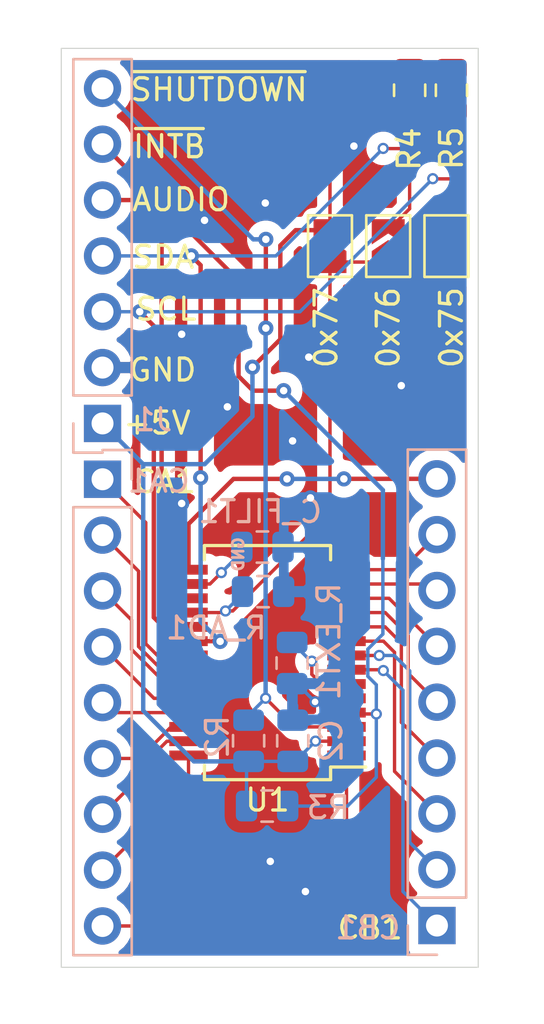
<source format=kicad_pcb>
(kicad_pcb (version 20171130) (host pcbnew "(5.1.2)-1")

  (general
    (thickness 1.6)
    (drawings 14)
    (tracks 198)
    (zones 0)
    (modules 15)
    (nets 29)
  )

  (page A4)
  (layers
    (0 F.Cu signal)
    (31 B.Cu signal)
    (32 B.Adhes user)
    (33 F.Adhes user)
    (34 B.Paste user)
    (35 F.Paste user)
    (36 B.SilkS user)
    (37 F.SilkS user)
    (38 B.Mask user)
    (39 F.Mask user)
    (40 Dwgs.User user)
    (41 Cmts.User user)
    (42 Eco1.User user)
    (43 Eco2.User user)
    (44 Edge.Cuts user)
    (45 Margin user)
    (46 B.CrtYd user)
    (47 F.CrtYd user)
    (48 B.Fab user)
    (49 F.Fab user)
  )

  (setup
    (last_trace_width 0.154)
    (user_trace_width 0.2)
    (user_trace_width 0.25)
    (trace_clearance 0.154)
    (zone_clearance 0.508)
    (zone_45_only no)
    (trace_min 0.1524)
    (via_size 0.69)
    (via_drill 0.34)
    (via_min_size 0.51)
    (via_min_drill 0.254)
    (user_via 0.51 0.3)
    (uvia_size 0.69)
    (uvia_drill 0.34)
    (uvias_allowed no)
    (uvia_min_size 0.51)
    (uvia_min_drill 0.254)
    (edge_width 0.05)
    (segment_width 0.2)
    (pcb_text_width 0.3)
    (pcb_text_size 1.5 1.5)
    (mod_edge_width 0.12)
    (mod_text_size 1 1)
    (mod_text_width 0.15)
    (pad_size 1.524 1.524)
    (pad_drill 0.762)
    (pad_to_mask_clearance 0.051)
    (solder_mask_min_width 0.25)
    (aux_axis_origin 0 0)
    (grid_origin 117.5 82)
    (visible_elements 7FFFFFFF)
    (pcbplotparams
      (layerselection 0x010fc_ffffffff)
      (usegerberextensions false)
      (usegerberattributes false)
      (usegerberadvancedattributes false)
      (creategerberjobfile false)
      (excludeedgelayer true)
      (linewidth 0.100000)
      (plotframeref false)
      (viasonmask false)
      (mode 1)
      (useauxorigin false)
      (hpglpennumber 1)
      (hpglpenspeed 20)
      (hpglpendiameter 15.000000)
      (psnegative false)
      (psa4output false)
      (plotreference true)
      (plotvalue true)
      (plotinvisibletext false)
      (padsonsilk false)
      (subtractmaskfromsilk false)
      (outputformat 1)
      (mirror false)
      (drillshape 1)
      (scaleselection 1)
      (outputdirectory ""))
  )

  (net 0 "")
  (net 1 GND)
  (net 2 +5V)
  (net 3 /~SHUTDOWN)
  (net 4 /~INTB)
  (net 5 /AUDIO_IN)
  (net 6 /SDA)
  (net 7 /SCL)
  (net 8 "Net-(0x75-Pad1)")
  (net 9 "Net-(C_FILT1-Pad1)")
  (net 10 "Net-(CA1-Pad9)")
  (net 11 "Net-(CA1-Pad8)")
  (net 12 "Net-(CA1-Pad7)")
  (net 13 "Net-(CA1-Pad6)")
  (net 14 "Net-(CA1-Pad5)")
  (net 15 "Net-(CA1-Pad4)")
  (net 16 "Net-(CA1-Pad3)")
  (net 17 "Net-(CA1-Pad2)")
  (net 18 "Net-(CA1-Pad1)")
  (net 19 "Net-(CB1-Pad9)")
  (net 20 "Net-(CB1-Pad8)")
  (net 21 "Net-(CB1-Pad7)")
  (net 22 "Net-(CB1-Pad6)")
  (net 23 "Net-(CB1-Pad5)")
  (net 24 "Net-(CB1-Pad4)")
  (net 25 "Net-(CB1-Pad3)")
  (net 26 "Net-(CB1-Pad2)")
  (net 27 "Net-(CB1-Pad1)")
  (net 28 "Net-(R_EXT1-Pad1)")

  (net_class Default "This is the default net class."
    (clearance 0.154)
    (trace_width 0.154)
    (via_dia 0.69)
    (via_drill 0.34)
    (uvia_dia 0.69)
    (uvia_drill 0.34)
    (add_net +5V)
    (add_net /AUDIO_IN)
    (add_net /SCL)
    (add_net /SDA)
    (add_net /~INTB)
    (add_net /~SHUTDOWN)
    (add_net GND)
    (add_net "Net-(0x75-Pad1)")
    (add_net "Net-(CA1-Pad1)")
    (add_net "Net-(CA1-Pad2)")
    (add_net "Net-(CA1-Pad3)")
    (add_net "Net-(CA1-Pad4)")
    (add_net "Net-(CA1-Pad5)")
    (add_net "Net-(CA1-Pad6)")
    (add_net "Net-(CA1-Pad7)")
    (add_net "Net-(CA1-Pad8)")
    (add_net "Net-(CA1-Pad9)")
    (add_net "Net-(CB1-Pad1)")
    (add_net "Net-(CB1-Pad2)")
    (add_net "Net-(CB1-Pad3)")
    (add_net "Net-(CB1-Pad4)")
    (add_net "Net-(CB1-Pad5)")
    (add_net "Net-(CB1-Pad6)")
    (add_net "Net-(CB1-Pad7)")
    (add_net "Net-(CB1-Pad8)")
    (add_net "Net-(CB1-Pad9)")
    (add_net "Net-(C_FILT1-Pad1)")
    (add_net "Net-(R_EXT1-Pad1)")
  )

  (module Package_SO:SSOP-28_5.3x10.2mm_P0.65mm (layer F.Cu) (tedit 5A02F25C) (tstamp 5DD22014)
    (at 126.898 109.94 180)
    (descr "28-Lead Plastic Shrink Small Outline (SS)-5.30 mm Body [SSOP] (see Microchip Packaging Specification 00000049BS.pdf)")
    (tags "SSOP 0.65")
    (path /5D74F442)
    (attr smd)
    (fp_text reference U1 (at 0 -6.25) (layer F.SilkS)
      (effects (font (size 1 1) (thickness 0.15)))
    )
    (fp_text value IS31FL3731 (at 0 6.25) (layer F.Fab)
      (effects (font (size 1 1) (thickness 0.15)))
    )
    (fp_text user %R (at 0 0) (layer F.Fab)
      (effects (font (size 0.8 0.8) (thickness 0.15)))
    )
    (fp_line (start -2.875 -4.75) (end -4.475 -4.75) (layer F.SilkS) (width 0.15))
    (fp_line (start -2.875 5.325) (end 2.875 5.325) (layer F.SilkS) (width 0.15))
    (fp_line (start -2.875 -5.325) (end 2.875 -5.325) (layer F.SilkS) (width 0.15))
    (fp_line (start -2.875 5.325) (end -2.875 4.675) (layer F.SilkS) (width 0.15))
    (fp_line (start 2.875 5.325) (end 2.875 4.675) (layer F.SilkS) (width 0.15))
    (fp_line (start 2.875 -5.325) (end 2.875 -4.675) (layer F.SilkS) (width 0.15))
    (fp_line (start -2.875 -5.325) (end -2.875 -4.75) (layer F.SilkS) (width 0.15))
    (fp_line (start -4.75 5.5) (end 4.75 5.5) (layer F.CrtYd) (width 0.05))
    (fp_line (start -4.75 -5.5) (end 4.75 -5.5) (layer F.CrtYd) (width 0.05))
    (fp_line (start 4.75 -5.5) (end 4.75 5.5) (layer F.CrtYd) (width 0.05))
    (fp_line (start -4.75 -5.5) (end -4.75 5.5) (layer F.CrtYd) (width 0.05))
    (fp_line (start -2.65 -4.1) (end -1.65 -5.1) (layer F.Fab) (width 0.15))
    (fp_line (start -2.65 5.1) (end -2.65 -4.1) (layer F.Fab) (width 0.15))
    (fp_line (start 2.65 5.1) (end -2.65 5.1) (layer F.Fab) (width 0.15))
    (fp_line (start 2.65 -5.1) (end 2.65 5.1) (layer F.Fab) (width 0.15))
    (fp_line (start -1.65 -5.1) (end 2.65 -5.1) (layer F.Fab) (width 0.15))
    (pad 28 smd rect (at 3.6 -4.225 180) (size 1.75 0.45) (layers F.Cu F.Paste F.Mask)
      (net 11 "Net-(CA1-Pad8)"))
    (pad 27 smd rect (at 3.6 -3.575 180) (size 1.75 0.45) (layers F.Cu F.Paste F.Mask)
      (net 12 "Net-(CA1-Pad7)"))
    (pad 26 smd rect (at 3.6 -2.925 180) (size 1.75 0.45) (layers F.Cu F.Paste F.Mask)
      (net 13 "Net-(CA1-Pad6)"))
    (pad 25 smd rect (at 3.6 -2.275 180) (size 1.75 0.45) (layers F.Cu F.Paste F.Mask)
      (net 14 "Net-(CA1-Pad5)"))
    (pad 24 smd rect (at 3.6 -1.625 180) (size 1.75 0.45) (layers F.Cu F.Paste F.Mask)
      (net 15 "Net-(CA1-Pad4)"))
    (pad 23 smd rect (at 3.6 -0.975 180) (size 1.75 0.45) (layers F.Cu F.Paste F.Mask)
      (net 16 "Net-(CA1-Pad3)"))
    (pad 22 smd rect (at 3.6 -0.325 180) (size 1.75 0.45) (layers F.Cu F.Paste F.Mask)
      (net 17 "Net-(CA1-Pad2)"))
    (pad 21 smd rect (at 3.6 0.325 180) (size 1.75 0.45) (layers F.Cu F.Paste F.Mask)
      (net 18 "Net-(CA1-Pad1)"))
    (pad 20 smd rect (at 3.6 0.975 180) (size 1.75 0.45) (layers F.Cu F.Paste F.Mask)
      (net 6 /SDA))
    (pad 19 smd rect (at 3.6 1.625 180) (size 1.75 0.45) (layers F.Cu F.Paste F.Mask)
      (net 7 /SCL))
    (pad 18 smd rect (at 3.6 2.275 180) (size 1.75 0.45) (layers F.Cu F.Paste F.Mask)
      (net 8 "Net-(0x75-Pad1)"))
    (pad 17 smd rect (at 3.6 2.925 180) (size 1.75 0.45) (layers F.Cu F.Paste F.Mask)
      (net 5 /AUDIO_IN))
    (pad 16 smd rect (at 3.6 3.575 180) (size 1.75 0.45) (layers F.Cu F.Paste F.Mask)
      (net 9 "Net-(C_FILT1-Pad1)"))
    (pad 15 smd rect (at 3.6 4.225 180) (size 1.75 0.45) (layers F.Cu F.Paste F.Mask)
      (net 19 "Net-(CB1-Pad9)"))
    (pad 14 smd rect (at -3.6 4.225 180) (size 1.75 0.45) (layers F.Cu F.Paste F.Mask)
      (net 20 "Net-(CB1-Pad8)"))
    (pad 13 smd rect (at -3.6 3.575 180) (size 1.75 0.45) (layers F.Cu F.Paste F.Mask)
      (net 21 "Net-(CB1-Pad7)"))
    (pad 12 smd rect (at -3.6 2.925 180) (size 1.75 0.45) (layers F.Cu F.Paste F.Mask)
      (net 22 "Net-(CB1-Pad6)"))
    (pad 11 smd rect (at -3.6 2.275 180) (size 1.75 0.45) (layers F.Cu F.Paste F.Mask)
      (net 23 "Net-(CB1-Pad5)"))
    (pad 10 smd rect (at -3.6 1.625 180) (size 1.75 0.45) (layers F.Cu F.Paste F.Mask)
      (net 24 "Net-(CB1-Pad4)"))
    (pad 9 smd rect (at -3.6 0.975 180) (size 1.75 0.45) (layers F.Cu F.Paste F.Mask)
      (net 25 "Net-(CB1-Pad3)"))
    (pad 8 smd rect (at -3.6 0.325 180) (size 1.75 0.45) (layers F.Cu F.Paste F.Mask)
      (net 26 "Net-(CB1-Pad2)"))
    (pad 7 smd rect (at -3.6 -0.325 180) (size 1.75 0.45) (layers F.Cu F.Paste F.Mask)
      (net 27 "Net-(CB1-Pad1)"))
    (pad 6 smd rect (at -3.6 -0.975 180) (size 1.75 0.45) (layers F.Cu F.Paste F.Mask)
      (net 28 "Net-(R_EXT1-Pad1)"))
    (pad 5 smd rect (at -3.6 -1.625 180) (size 1.75 0.45) (layers F.Cu F.Paste F.Mask)
      (net 1 GND))
    (pad 4 smd rect (at -3.6 -2.275 180) (size 1.75 0.45) (layers F.Cu F.Paste F.Mask)
      (net 4 /~INTB))
    (pad 3 smd rect (at -3.6 -2.925 180) (size 1.75 0.45) (layers F.Cu F.Paste F.Mask)
      (net 3 /~SHUTDOWN))
    (pad 2 smd rect (at -3.6 -3.575 180) (size 1.75 0.45) (layers F.Cu F.Paste F.Mask)
      (net 2 +5V))
    (pad 1 smd rect (at -3.6 -4.225 180) (size 1.75 0.45) (layers F.Cu F.Paste F.Mask)
      (net 10 "Net-(CA1-Pad9)"))
    (model ${KISYS3DMOD}/Package_SO.3dshapes/SSOP-28_5.3x10.2mm_P0.65mm.wrl
      (at (xyz 0 0 0))
      (scale (xyz 1 1 1))
      (rotate (xyz 0 0 0))
    )
  )

  (module Resistor_SMD:R_0805_2012Metric (layer B.Cu) (tedit 5B36C52B) (tstamp 5D75691D)
    (at 128.02068 109.96032 270)
    (descr "Resistor SMD 0805 (2012 Metric), square (rectangular) end terminal, IPC_7351 nominal, (Body size source: https://docs.google.com/spreadsheets/d/1BsfQQcO9C6DZCsRaXUlFlo91Tg2WpOkGARC1WS5S8t0/edit?usp=sharing), generated with kicad-footprint-generator")
    (tags resistor)
    (path /5D781B2C)
    (attr smd)
    (fp_text reference R_EXT1 (at -0.98552 -1.67132 270) (layer B.SilkS)
      (effects (font (size 1 1) (thickness 0.15)) (justify mirror))
    )
    (fp_text value 20kR (at 0 -1.65 90) (layer B.Fab)
      (effects (font (size 1 1) (thickness 0.15)) (justify mirror))
    )
    (fp_text user %R (at 0 0 90) (layer B.Fab)
      (effects (font (size 0.5 0.5) (thickness 0.08)) (justify mirror))
    )
    (fp_line (start 1.68 -0.95) (end -1.68 -0.95) (layer B.CrtYd) (width 0.05))
    (fp_line (start 1.68 0.95) (end 1.68 -0.95) (layer B.CrtYd) (width 0.05))
    (fp_line (start -1.68 0.95) (end 1.68 0.95) (layer B.CrtYd) (width 0.05))
    (fp_line (start -1.68 -0.95) (end -1.68 0.95) (layer B.CrtYd) (width 0.05))
    (fp_line (start -0.258578 -0.71) (end 0.258578 -0.71) (layer B.SilkS) (width 0.12))
    (fp_line (start -0.258578 0.71) (end 0.258578 0.71) (layer B.SilkS) (width 0.12))
    (fp_line (start 1 -0.6) (end -1 -0.6) (layer B.Fab) (width 0.1))
    (fp_line (start 1 0.6) (end 1 -0.6) (layer B.Fab) (width 0.1))
    (fp_line (start -1 0.6) (end 1 0.6) (layer B.Fab) (width 0.1))
    (fp_line (start -1 -0.6) (end -1 0.6) (layer B.Fab) (width 0.1))
    (pad 2 smd roundrect (at 0.9375 0 270) (size 0.975 1.4) (layers B.Cu B.Paste B.Mask) (roundrect_rratio 0.25)
      (net 1 GND))
    (pad 1 smd roundrect (at -0.9375 0 270) (size 0.975 1.4) (layers B.Cu B.Paste B.Mask) (roundrect_rratio 0.25)
      (net 28 "Net-(R_EXT1-Pad1)"))
    (model ${KISYS3DMOD}/Resistor_SMD.3dshapes/R_0805_2012Metric.wrl
      (at (xyz 0 0 0))
      (scale (xyz 1 1 1))
      (rotate (xyz 0 0 0))
    )
  )

  (module Resistor_SMD:R_0805_2012Metric (layer F.Cu) (tedit 5B36C52B) (tstamp 5D75690C)
    (at 135.28 83.905 270)
    (descr "Resistor SMD 0805 (2012 Metric), square (rectangular) end terminal, IPC_7351 nominal, (Body size source: https://docs.google.com/spreadsheets/d/1BsfQQcO9C6DZCsRaXUlFlo91Tg2WpOkGARC1WS5S8t0/edit?usp=sharing), generated with kicad-footprint-generator")
    (tags resistor)
    (path /5D758C0A)
    (attr smd)
    (fp_text reference R5 (at 2.64 0 90) (layer F.SilkS)
      (effects (font (size 1 1) (thickness 0.15)))
    )
    (fp_text value 20kR (at 0 1.65 90) (layer F.Fab)
      (effects (font (size 1 1) (thickness 0.15)))
    )
    (fp_line (start -1 0.6) (end -1 -0.6) (layer F.Fab) (width 0.1))
    (fp_line (start -1 -0.6) (end 1 -0.6) (layer F.Fab) (width 0.1))
    (fp_line (start 1 -0.6) (end 1 0.6) (layer F.Fab) (width 0.1))
    (fp_line (start 1 0.6) (end -1 0.6) (layer F.Fab) (width 0.1))
    (fp_line (start -0.258578 -0.71) (end 0.258578 -0.71) (layer F.SilkS) (width 0.12))
    (fp_line (start -0.258578 0.71) (end 0.258578 0.71) (layer F.SilkS) (width 0.12))
    (fp_line (start -1.68 0.95) (end -1.68 -0.95) (layer F.CrtYd) (width 0.05))
    (fp_line (start -1.68 -0.95) (end 1.68 -0.95) (layer F.CrtYd) (width 0.05))
    (fp_line (start 1.68 -0.95) (end 1.68 0.95) (layer F.CrtYd) (width 0.05))
    (fp_line (start 1.68 0.95) (end -1.68 0.95) (layer F.CrtYd) (width 0.05))
    (fp_text user %R (at 0 0 90) (layer F.Fab)
      (effects (font (size 0.5 0.5) (thickness 0.08)))
    )
    (pad 1 smd roundrect (at -0.9375 0 270) (size 0.975 1.4) (layers F.Cu F.Paste F.Mask) (roundrect_rratio 0.25)
      (net 2 +5V))
    (pad 2 smd roundrect (at 0.9375 0 270) (size 0.975 1.4) (layers F.Cu F.Paste F.Mask) (roundrect_rratio 0.25)
      (net 7 /SCL))
    (model ${KISYS3DMOD}/Resistor_SMD.3dshapes/R_0805_2012Metric.wrl
      (at (xyz 0 0 0))
      (scale (xyz 1 1 1))
      (rotate (xyz 0 0 0))
    )
  )

  (module Resistor_SMD:R_0805_2012Metric (layer F.Cu) (tedit 5B36C52B) (tstamp 5D7568FB)
    (at 133.375 83.905 270)
    (descr "Resistor SMD 0805 (2012 Metric), square (rectangular) end terminal, IPC_7351 nominal, (Body size source: https://docs.google.com/spreadsheets/d/1BsfQQcO9C6DZCsRaXUlFlo91Tg2WpOkGARC1WS5S8t0/edit?usp=sharing), generated with kicad-footprint-generator")
    (tags resistor)
    (path /5D7589FE)
    (attr smd)
    (fp_text reference R4 (at 2.67716 0.0254 90) (layer F.SilkS)
      (effects (font (size 1 1) (thickness 0.15)))
    )
    (fp_text value 20kR (at 0 1.65 90) (layer F.Fab)
      (effects (font (size 1 1) (thickness 0.15)))
    )
    (fp_line (start -1 0.6) (end -1 -0.6) (layer F.Fab) (width 0.1))
    (fp_line (start -1 -0.6) (end 1 -0.6) (layer F.Fab) (width 0.1))
    (fp_line (start 1 -0.6) (end 1 0.6) (layer F.Fab) (width 0.1))
    (fp_line (start 1 0.6) (end -1 0.6) (layer F.Fab) (width 0.1))
    (fp_line (start -0.258578 -0.71) (end 0.258578 -0.71) (layer F.SilkS) (width 0.12))
    (fp_line (start -0.258578 0.71) (end 0.258578 0.71) (layer F.SilkS) (width 0.12))
    (fp_line (start -1.68 0.95) (end -1.68 -0.95) (layer F.CrtYd) (width 0.05))
    (fp_line (start -1.68 -0.95) (end 1.68 -0.95) (layer F.CrtYd) (width 0.05))
    (fp_line (start 1.68 -0.95) (end 1.68 0.95) (layer F.CrtYd) (width 0.05))
    (fp_line (start 1.68 0.95) (end -1.68 0.95) (layer F.CrtYd) (width 0.05))
    (fp_text user %R (at 0 0 90) (layer F.Fab)
      (effects (font (size 0.5 0.5) (thickness 0.08)))
    )
    (pad 1 smd roundrect (at -0.9375 0 270) (size 0.975 1.4) (layers F.Cu F.Paste F.Mask) (roundrect_rratio 0.25)
      (net 2 +5V))
    (pad 2 smd roundrect (at 0.9375 0 270) (size 0.975 1.4) (layers F.Cu F.Paste F.Mask) (roundrect_rratio 0.25)
      (net 6 /SDA))
    (model ${KISYS3DMOD}/Resistor_SMD.3dshapes/R_0805_2012Metric.wrl
      (at (xyz 0 0 0))
      (scale (xyz 1 1 1))
      (rotate (xyz 0 0 0))
    )
  )

  (module Resistor_SMD:R_0805_2012Metric (layer B.Cu) (tedit 5B36C52B) (tstamp 5D7568EA)
    (at 126.88022 116.46526)
    (descr "Resistor SMD 0805 (2012 Metric), square (rectangular) end terminal, IPC_7351 nominal, (Body size source: https://docs.google.com/spreadsheets/d/1BsfQQcO9C6DZCsRaXUlFlo91Tg2WpOkGARC1WS5S8t0/edit?usp=sharing), generated with kicad-footprint-generator")
    (tags resistor)
    (path /5D7588E6)
    (attr smd)
    (fp_text reference R3 (at 2.78638 0.07874) (layer B.SilkS)
      (effects (font (size 1 1) (thickness 0.15)) (justify mirror))
    )
    (fp_text value 20kR (at 0 -1.65) (layer B.Fab)
      (effects (font (size 1 1) (thickness 0.15)) (justify mirror))
    )
    (fp_line (start -1 -0.6) (end -1 0.6) (layer B.Fab) (width 0.1))
    (fp_line (start -1 0.6) (end 1 0.6) (layer B.Fab) (width 0.1))
    (fp_line (start 1 0.6) (end 1 -0.6) (layer B.Fab) (width 0.1))
    (fp_line (start 1 -0.6) (end -1 -0.6) (layer B.Fab) (width 0.1))
    (fp_line (start -0.258578 0.71) (end 0.258578 0.71) (layer B.SilkS) (width 0.12))
    (fp_line (start -0.258578 -0.71) (end 0.258578 -0.71) (layer B.SilkS) (width 0.12))
    (fp_line (start -1.68 -0.95) (end -1.68 0.95) (layer B.CrtYd) (width 0.05))
    (fp_line (start -1.68 0.95) (end 1.68 0.95) (layer B.CrtYd) (width 0.05))
    (fp_line (start 1.68 0.95) (end 1.68 -0.95) (layer B.CrtYd) (width 0.05))
    (fp_line (start 1.68 -0.95) (end -1.68 -0.95) (layer B.CrtYd) (width 0.05))
    (fp_text user %R (at 0 0) (layer B.Fab)
      (effects (font (size 0.5 0.5) (thickness 0.08)) (justify mirror))
    )
    (pad 1 smd roundrect (at -0.9375 0) (size 0.975 1.4) (layers B.Cu B.Paste B.Mask) (roundrect_rratio 0.25)
      (net 2 +5V))
    (pad 2 smd roundrect (at 0.9375 0) (size 0.975 1.4) (layers B.Cu B.Paste B.Mask) (roundrect_rratio 0.25)
      (net 4 /~INTB))
    (model ${KISYS3DMOD}/Resistor_SMD.3dshapes/R_0805_2012Metric.wrl
      (at (xyz 0 0 0))
      (scale (xyz 1 1 1))
      (rotate (xyz 0 0 0))
    )
  )

  (module Resistor_SMD:R_0805_2012Metric (layer B.Cu) (tedit 5B36C52B) (tstamp 5D7568D9)
    (at 126.03694 113.496 90)
    (descr "Resistor SMD 0805 (2012 Metric), square (rectangular) end terminal, IPC_7351 nominal, (Body size source: https://docs.google.com/spreadsheets/d/1BsfQQcO9C6DZCsRaXUlFlo91Tg2WpOkGARC1WS5S8t0/edit?usp=sharing), generated with kicad-footprint-generator")
    (tags resistor)
    (path /5D75B860)
    (attr smd)
    (fp_text reference R2 (at 0.1778 -1.42494 90) (layer B.SilkS)
      (effects (font (size 1 1) (thickness 0.15)) (justify mirror))
    )
    (fp_text value 20kR (at 0 -1.65 90) (layer B.Fab)
      (effects (font (size 1 1) (thickness 0.15)) (justify mirror))
    )
    (fp_text user %R (at 0 0 90) (layer B.Fab)
      (effects (font (size 0.5 0.5) (thickness 0.08)) (justify mirror))
    )
    (fp_line (start 1.68 -0.95) (end -1.68 -0.95) (layer B.CrtYd) (width 0.05))
    (fp_line (start 1.68 0.95) (end 1.68 -0.95) (layer B.CrtYd) (width 0.05))
    (fp_line (start -1.68 0.95) (end 1.68 0.95) (layer B.CrtYd) (width 0.05))
    (fp_line (start -1.68 -0.95) (end -1.68 0.95) (layer B.CrtYd) (width 0.05))
    (fp_line (start -0.258578 -0.71) (end 0.258578 -0.71) (layer B.SilkS) (width 0.12))
    (fp_line (start -0.258578 0.71) (end 0.258578 0.71) (layer B.SilkS) (width 0.12))
    (fp_line (start 1 -0.6) (end -1 -0.6) (layer B.Fab) (width 0.1))
    (fp_line (start 1 0.6) (end 1 -0.6) (layer B.Fab) (width 0.1))
    (fp_line (start -1 0.6) (end 1 0.6) (layer B.Fab) (width 0.1))
    (fp_line (start -1 -0.6) (end -1 0.6) (layer B.Fab) (width 0.1))
    (pad 2 smd roundrect (at 0.9375 0 90) (size 0.975 1.4) (layers B.Cu B.Paste B.Mask) (roundrect_rratio 0.25)
      (net 3 /~SHUTDOWN))
    (pad 1 smd roundrect (at -0.9375 0 90) (size 0.975 1.4) (layers B.Cu B.Paste B.Mask) (roundrect_rratio 0.25)
      (net 2 +5V))
    (model ${KISYS3DMOD}/Resistor_SMD.3dshapes/R_0805_2012Metric.wrl
      (at (xyz 0 0 0))
      (scale (xyz 1 1 1))
      (rotate (xyz 0 0 0))
    )
  )

  (module Resistor_SMD:R_0805_2012Metric (layer B.Cu) (tedit 5B36C52B) (tstamp 5D7568C8)
    (at 126.6948 106.71166)
    (descr "Resistor SMD 0805 (2012 Metric), square (rectangular) end terminal, IPC_7351 nominal, (Body size source: https://docs.google.com/spreadsheets/d/1BsfQQcO9C6DZCsRaXUlFlo91Tg2WpOkGARC1WS5S8t0/edit?usp=sharing), generated with kicad-footprint-generator")
    (tags resistor)
    (path /5D7560F1)
    (attr smd)
    (fp_text reference R_AD1 (at -2.1336 1.65354) (layer B.SilkS)
      (effects (font (size 1 1) (thickness 0.15)) (justify mirror))
    )
    (fp_text value 20kR (at 0 -1.65) (layer B.Fab)
      (effects (font (size 1 1) (thickness 0.15)) (justify mirror))
    )
    (fp_text user %R (at 0 0) (layer B.Fab)
      (effects (font (size 0.5 0.5) (thickness 0.08)) (justify mirror))
    )
    (fp_line (start 1.68 -0.95) (end -1.68 -0.95) (layer B.CrtYd) (width 0.05))
    (fp_line (start 1.68 0.95) (end 1.68 -0.95) (layer B.CrtYd) (width 0.05))
    (fp_line (start -1.68 0.95) (end 1.68 0.95) (layer B.CrtYd) (width 0.05))
    (fp_line (start -1.68 -0.95) (end -1.68 0.95) (layer B.CrtYd) (width 0.05))
    (fp_line (start -0.258578 -0.71) (end 0.258578 -0.71) (layer B.SilkS) (width 0.12))
    (fp_line (start -0.258578 0.71) (end 0.258578 0.71) (layer B.SilkS) (width 0.12))
    (fp_line (start 1 -0.6) (end -1 -0.6) (layer B.Fab) (width 0.1))
    (fp_line (start 1 0.6) (end 1 -0.6) (layer B.Fab) (width 0.1))
    (fp_line (start -1 0.6) (end 1 0.6) (layer B.Fab) (width 0.1))
    (fp_line (start -1 -0.6) (end -1 0.6) (layer B.Fab) (width 0.1))
    (pad 2 smd roundrect (at 0.9375 0) (size 0.975 1.4) (layers B.Cu B.Paste B.Mask) (roundrect_rratio 0.25)
      (net 1 GND))
    (pad 1 smd roundrect (at -0.9375 0) (size 0.975 1.4) (layers B.Cu B.Paste B.Mask) (roundrect_rratio 0.25)
      (net 8 "Net-(0x75-Pad1)"))
    (model ${KISYS3DMOD}/Resistor_SMD.3dshapes/R_0805_2012Metric.wrl
      (at (xyz 0 0 0))
      (scale (xyz 1 1 1))
      (rotate (xyz 0 0 0))
    )
  )

  (module Jumper:SolderJumper-2_P1.3mm_Open_TrianglePad1.0x1.5mm (layer F.Cu) (tedit 5A64794F) (tstamp 5D7568B7)
    (at 132.398 90.995 90)
    (descr "SMD Solder Jumper, 1x1.5mm Triangular Pads, 0.3mm gap, open")
    (tags "solder jumper open")
    (path /5D750986)
    (attr virtual)
    (fp_text reference 0x76 (at -3.705 0 270) (layer F.SilkS)
      (effects (font (size 1 1) (thickness 0.15)))
    )
    (fp_text value SolderJumper_2_Open (at 0 1.9 270) (layer F.Fab)
      (effects (font (size 1 1) (thickness 0.15)))
    )
    (fp_line (start 1.65 1.25) (end -1.65 1.25) (layer F.CrtYd) (width 0.05))
    (fp_line (start 1.65 1.25) (end 1.65 -1.25) (layer F.CrtYd) (width 0.05))
    (fp_line (start -1.65 -1.25) (end -1.65 1.25) (layer F.CrtYd) (width 0.05))
    (fp_line (start -1.65 -1.25) (end 1.65 -1.25) (layer F.CrtYd) (width 0.05))
    (fp_line (start -1.4 -1) (end 1.4 -1) (layer F.SilkS) (width 0.12))
    (fp_line (start 1.4 -1) (end 1.4 1) (layer F.SilkS) (width 0.12))
    (fp_line (start 1.4 1) (end -1.4 1) (layer F.SilkS) (width 0.12))
    (fp_line (start -1.4 1) (end -1.4 -1) (layer F.SilkS) (width 0.12))
    (pad 1 smd custom (at -0.725 0 90) (size 0.3 0.3) (layers F.Cu F.Mask)
      (net 8 "Net-(0x75-Pad1)") (zone_connect 2)
      (options (clearance outline) (anchor rect))
      (primitives
        (gr_poly (pts
           (xy -0.5 -0.75) (xy 0.5 -0.75) (xy 1 0) (xy 0.5 0.75) (xy -0.5 0.75)
) (width 0))
      ))
    (pad 2 smd custom (at 0.725 0 90) (size 0.3 0.3) (layers F.Cu F.Mask)
      (net 6 /SDA) (zone_connect 2)
      (options (clearance outline) (anchor rect))
      (primitives
        (gr_poly (pts
           (xy -0.65 -0.75) (xy 0.5 -0.75) (xy 0.5 0.75) (xy -0.65 0.75) (xy -0.15 0)
) (width 0))
      ))
  )

  (module Jumper:SolderJumper-2_P1.3mm_Open_TrianglePad1.0x1.5mm (layer F.Cu) (tedit 5A64794F) (tstamp 5D7568A9)
    (at 135.051 90.995 90)
    (descr "SMD Solder Jumper, 1x1.5mm Triangular Pads, 0.3mm gap, open")
    (tags "solder jumper open")
    (path /5D755C57)
    (attr virtual)
    (fp_text reference 0x75 (at -3.705 0.229 90) (layer F.SilkS)
      (effects (font (size 1 1) (thickness 0.15)))
    )
    (fp_text value SolderJumper_2_Open (at 0 1.9 270) (layer F.Fab)
      (effects (font (size 1 1) (thickness 0.15)))
    )
    (fp_line (start 1.65 1.25) (end -1.65 1.25) (layer F.CrtYd) (width 0.05))
    (fp_line (start 1.65 1.25) (end 1.65 -1.25) (layer F.CrtYd) (width 0.05))
    (fp_line (start -1.65 -1.25) (end -1.65 1.25) (layer F.CrtYd) (width 0.05))
    (fp_line (start -1.65 -1.25) (end 1.65 -1.25) (layer F.CrtYd) (width 0.05))
    (fp_line (start -1.4 -1) (end 1.4 -1) (layer F.SilkS) (width 0.12))
    (fp_line (start 1.4 -1) (end 1.4 1) (layer F.SilkS) (width 0.12))
    (fp_line (start 1.4 1) (end -1.4 1) (layer F.SilkS) (width 0.12))
    (fp_line (start -1.4 1) (end -1.4 -1) (layer F.SilkS) (width 0.12))
    (pad 1 smd custom (at -0.725 0 90) (size 0.3 0.3) (layers F.Cu F.Mask)
      (net 8 "Net-(0x75-Pad1)") (zone_connect 2)
      (options (clearance outline) (anchor rect))
      (primitives
        (gr_poly (pts
           (xy -0.5 -0.75) (xy 0.5 -0.75) (xy 1 0) (xy 0.5 0.75) (xy -0.5 0.75)
) (width 0))
      ))
    (pad 2 smd custom (at 0.725 0 90) (size 0.3 0.3) (layers F.Cu F.Mask)
      (net 7 /SCL) (zone_connect 2)
      (options (clearance outline) (anchor rect))
      (primitives
        (gr_poly (pts
           (xy -0.65 -0.75) (xy 0.5 -0.75) (xy 0.5 0.75) (xy -0.65 0.75) (xy -0.15 0)
) (width 0))
      ))
  )

  (module Jumper:SolderJumper-2_P1.3mm_Open_TrianglePad1.0x1.5mm (layer F.Cu) (tedit 5A64794F) (tstamp 5D75689B)
    (at 129.745 90.995 90)
    (descr "SMD Solder Jumper, 1x1.5mm Triangular Pads, 0.3mm gap, open")
    (tags "solder jumper open")
    (path /5D755F44)
    (attr virtual)
    (fp_text reference 0x77 (at -3.705 -0.18 270) (layer F.SilkS)
      (effects (font (size 1 1) (thickness 0.15)))
    )
    (fp_text value SolderJumper_2_Open (at 0 1.9 270) (layer F.Fab)
      (effects (font (size 1 1) (thickness 0.15)))
    )
    (fp_line (start 1.65 1.25) (end -1.65 1.25) (layer F.CrtYd) (width 0.05))
    (fp_line (start 1.65 1.25) (end 1.65 -1.25) (layer F.CrtYd) (width 0.05))
    (fp_line (start -1.65 -1.25) (end -1.65 1.25) (layer F.CrtYd) (width 0.05))
    (fp_line (start -1.65 -1.25) (end 1.65 -1.25) (layer F.CrtYd) (width 0.05))
    (fp_line (start -1.4 -1) (end 1.4 -1) (layer F.SilkS) (width 0.12))
    (fp_line (start 1.4 -1) (end 1.4 1) (layer F.SilkS) (width 0.12))
    (fp_line (start 1.4 1) (end -1.4 1) (layer F.SilkS) (width 0.12))
    (fp_line (start -1.4 1) (end -1.4 -1) (layer F.SilkS) (width 0.12))
    (pad 1 smd custom (at -0.725 0 90) (size 0.3 0.3) (layers F.Cu F.Mask)
      (net 8 "Net-(0x75-Pad1)") (zone_connect 2)
      (options (clearance outline) (anchor rect))
      (primitives
        (gr_poly (pts
           (xy -0.5 -0.75) (xy 0.5 -0.75) (xy 1 0) (xy 0.5 0.75) (xy -0.5 0.75)
) (width 0))
      ))
    (pad 2 smd custom (at 0.725 0 90) (size 0.3 0.3) (layers F.Cu F.Mask)
      (net 2 +5V) (zone_connect 2)
      (options (clearance outline) (anchor rect))
      (primitives
        (gr_poly (pts
           (xy -0.65 -0.75) (xy 0.5 -0.75) (xy 0.5 0.75) (xy -0.65 0.75) (xy -0.15 0)
) (width 0))
      ))
  )

  (module Connector_PinHeader_2.54mm:PinHeader_1x09_P2.54mm_Vertical (layer B.Cu) (tedit 59FED5CC) (tstamp 5D75688D)
    (at 134.62 121.9)
    (descr "Through hole straight pin header, 1x09, 2.54mm pitch, single row")
    (tags "Through hole pin header THT 1x09 2.54mm single row")
    (path /5D78F3F3)
    (fp_text reference CB1 (at -3.15 0.105) (layer B.SilkS)
      (effects (font (size 1 1) (thickness 0.15)) (justify mirror))
    )
    (fp_text value Conn_01x09 (at 0 -22.65) (layer B.Fab)
      (effects (font (size 1 1) (thickness 0.15)) (justify mirror))
    )
    (fp_text user %R (at 0 -10.16 -90) (layer B.Fab)
      (effects (font (size 1 1) (thickness 0.15)) (justify mirror))
    )
    (fp_line (start 1.8 1.8) (end -1.8 1.8) (layer B.CrtYd) (width 0.05))
    (fp_line (start 1.8 -22.1) (end 1.8 1.8) (layer B.CrtYd) (width 0.05))
    (fp_line (start -1.8 -22.1) (end 1.8 -22.1) (layer B.CrtYd) (width 0.05))
    (fp_line (start -1.8 1.8) (end -1.8 -22.1) (layer B.CrtYd) (width 0.05))
    (fp_line (start -1.33 1.33) (end 0 1.33) (layer B.SilkS) (width 0.12))
    (fp_line (start -1.33 0) (end -1.33 1.33) (layer B.SilkS) (width 0.12))
    (fp_line (start -1.33 -1.27) (end 1.33 -1.27) (layer B.SilkS) (width 0.12))
    (fp_line (start 1.33 -1.27) (end 1.33 -21.65) (layer B.SilkS) (width 0.12))
    (fp_line (start -1.33 -1.27) (end -1.33 -21.65) (layer B.SilkS) (width 0.12))
    (fp_line (start -1.33 -21.65) (end 1.33 -21.65) (layer B.SilkS) (width 0.12))
    (fp_line (start -1.27 0.635) (end -0.635 1.27) (layer B.Fab) (width 0.1))
    (fp_line (start -1.27 -21.59) (end -1.27 0.635) (layer B.Fab) (width 0.1))
    (fp_line (start 1.27 -21.59) (end -1.27 -21.59) (layer B.Fab) (width 0.1))
    (fp_line (start 1.27 1.27) (end 1.27 -21.59) (layer B.Fab) (width 0.1))
    (fp_line (start -0.635 1.27) (end 1.27 1.27) (layer B.Fab) (width 0.1))
    (pad 9 thru_hole oval (at 0 -20.32) (size 1.7 1.7) (drill 1) (layers *.Cu *.Mask)
      (net 19 "Net-(CB1-Pad9)"))
    (pad 8 thru_hole oval (at 0 -17.78) (size 1.7 1.7) (drill 1) (layers *.Cu *.Mask)
      (net 20 "Net-(CB1-Pad8)"))
    (pad 7 thru_hole oval (at 0 -15.24) (size 1.7 1.7) (drill 1) (layers *.Cu *.Mask)
      (net 21 "Net-(CB1-Pad7)"))
    (pad 6 thru_hole oval (at 0 -12.7) (size 1.7 1.7) (drill 1) (layers *.Cu *.Mask)
      (net 22 "Net-(CB1-Pad6)"))
    (pad 5 thru_hole oval (at 0 -10.16) (size 1.7 1.7) (drill 1) (layers *.Cu *.Mask)
      (net 23 "Net-(CB1-Pad5)"))
    (pad 4 thru_hole oval (at 0 -7.62) (size 1.7 1.7) (drill 1) (layers *.Cu *.Mask)
      (net 24 "Net-(CB1-Pad4)"))
    (pad 3 thru_hole oval (at 0 -5.08) (size 1.7 1.7) (drill 1) (layers *.Cu *.Mask)
      (net 25 "Net-(CB1-Pad3)"))
    (pad 2 thru_hole oval (at 0 -2.54) (size 1.7 1.7) (drill 1) (layers *.Cu *.Mask)
      (net 26 "Net-(CB1-Pad2)"))
    (pad 1 thru_hole rect (at 0 0) (size 1.7 1.7) (drill 1) (layers *.Cu *.Mask)
      (net 27 "Net-(CB1-Pad1)"))
    (model ${KISYS3DMOD}/Connector_PinHeader_2.54mm.3dshapes/PinHeader_1x09_P2.54mm_Vertical.wrl
      (at (xyz 0 0 0))
      (scale (xyz 1 1 1))
      (rotate (xyz 0 0 0))
    )
  )

  (module Connector_PinHeader_2.54mm:PinHeader_1x09_P2.54mm_Vertical (layer B.Cu) (tedit 59FED5CC) (tstamp 5D756870)
    (at 119.38 101.6 180)
    (descr "Through hole straight pin header, 1x09, 2.54mm pitch, single row")
    (tags "Through hole pin header THT 1x09 2.54mm single row")
    (path /5D78D812)
    (fp_text reference CA1 (at -2.565 -0.085) (layer B.SilkS)
      (effects (font (size 1 1) (thickness 0.15)) (justify mirror))
    )
    (fp_text value Conn_01x09 (at 0 -22.65) (layer B.Fab)
      (effects (font (size 1 1) (thickness 0.15)) (justify mirror))
    )
    (fp_text user %R (at 0 -10.16 270) (layer B.Fab)
      (effects (font (size 1 1) (thickness 0.15)) (justify mirror))
    )
    (fp_line (start 1.8 1.8) (end -1.8 1.8) (layer B.CrtYd) (width 0.05))
    (fp_line (start 1.8 -22.1) (end 1.8 1.8) (layer B.CrtYd) (width 0.05))
    (fp_line (start -1.8 -22.1) (end 1.8 -22.1) (layer B.CrtYd) (width 0.05))
    (fp_line (start -1.8 1.8) (end -1.8 -22.1) (layer B.CrtYd) (width 0.05))
    (fp_line (start -1.33 1.33) (end 0 1.33) (layer B.SilkS) (width 0.12))
    (fp_line (start -1.33 0) (end -1.33 1.33) (layer B.SilkS) (width 0.12))
    (fp_line (start -1.33 -1.27) (end 1.33 -1.27) (layer B.SilkS) (width 0.12))
    (fp_line (start 1.33 -1.27) (end 1.33 -21.65) (layer B.SilkS) (width 0.12))
    (fp_line (start -1.33 -1.27) (end -1.33 -21.65) (layer B.SilkS) (width 0.12))
    (fp_line (start -1.33 -21.65) (end 1.33 -21.65) (layer B.SilkS) (width 0.12))
    (fp_line (start -1.27 0.635) (end -0.635 1.27) (layer B.Fab) (width 0.1))
    (fp_line (start -1.27 -21.59) (end -1.27 0.635) (layer B.Fab) (width 0.1))
    (fp_line (start 1.27 -21.59) (end -1.27 -21.59) (layer B.Fab) (width 0.1))
    (fp_line (start 1.27 1.27) (end 1.27 -21.59) (layer B.Fab) (width 0.1))
    (fp_line (start -0.635 1.27) (end 1.27 1.27) (layer B.Fab) (width 0.1))
    (pad 9 thru_hole oval (at 0 -20.32 180) (size 1.7 1.7) (drill 1) (layers *.Cu *.Mask)
      (net 10 "Net-(CA1-Pad9)"))
    (pad 8 thru_hole oval (at 0 -17.78 180) (size 1.7 1.7) (drill 1) (layers *.Cu *.Mask)
      (net 11 "Net-(CA1-Pad8)"))
    (pad 7 thru_hole oval (at 0 -15.24 180) (size 1.7 1.7) (drill 1) (layers *.Cu *.Mask)
      (net 12 "Net-(CA1-Pad7)"))
    (pad 6 thru_hole oval (at 0 -12.7 180) (size 1.7 1.7) (drill 1) (layers *.Cu *.Mask)
      (net 13 "Net-(CA1-Pad6)"))
    (pad 5 thru_hole oval (at 0 -10.16 180) (size 1.7 1.7) (drill 1) (layers *.Cu *.Mask)
      (net 14 "Net-(CA1-Pad5)"))
    (pad 4 thru_hole oval (at 0 -7.62 180) (size 1.7 1.7) (drill 1) (layers *.Cu *.Mask)
      (net 15 "Net-(CA1-Pad4)"))
    (pad 3 thru_hole oval (at 0 -5.08 180) (size 1.7 1.7) (drill 1) (layers *.Cu *.Mask)
      (net 16 "Net-(CA1-Pad3)"))
    (pad 2 thru_hole oval (at 0 -2.54 180) (size 1.7 1.7) (drill 1) (layers *.Cu *.Mask)
      (net 17 "Net-(CA1-Pad2)"))
    (pad 1 thru_hole rect (at 0 0 180) (size 1.7 1.7) (drill 1) (layers *.Cu *.Mask)
      (net 18 "Net-(CA1-Pad1)"))
    (model ${KISYS3DMOD}/Connector_PinHeader_2.54mm.3dshapes/PinHeader_1x09_P2.54mm_Vertical.wrl
      (at (xyz 0 0 0))
      (scale (xyz 1 1 1))
      (rotate (xyz 0 0 0))
    )
  )

  (module Connector_PinHeader_2.54mm:PinHeader_1x07_P2.54mm_Vertical (layer B.Cu) (tedit 59FED5CC) (tstamp 5D756853)
    (at 119.38 99.06)
    (descr "Through hole straight pin header, 1x07, 2.54mm pitch, single row")
    (tags "Through hole pin header THT 1x07 2.54mm single row")
    (path /5D7723E0)
    (fp_text reference J1 (at 2.311 -0.169) (layer B.SilkS)
      (effects (font (size 1 1) (thickness 0.15)) (justify mirror))
    )
    (fp_text value Conn_01x07 (at 0 -17.57) (layer B.Fab)
      (effects (font (size 1 1) (thickness 0.15)) (justify mirror))
    )
    (fp_text user %R (at 0 -7.62 -90) (layer B.Fab)
      (effects (font (size 1 1) (thickness 0.15)) (justify mirror))
    )
    (fp_line (start 1.8 1.8) (end -1.8 1.8) (layer B.CrtYd) (width 0.05))
    (fp_line (start 1.8 -17.05) (end 1.8 1.8) (layer B.CrtYd) (width 0.05))
    (fp_line (start -1.8 -17.05) (end 1.8 -17.05) (layer B.CrtYd) (width 0.05))
    (fp_line (start -1.8 1.8) (end -1.8 -17.05) (layer B.CrtYd) (width 0.05))
    (fp_line (start -1.33 1.33) (end 0 1.33) (layer B.SilkS) (width 0.12))
    (fp_line (start -1.33 0) (end -1.33 1.33) (layer B.SilkS) (width 0.12))
    (fp_line (start -1.33 -1.27) (end 1.33 -1.27) (layer B.SilkS) (width 0.12))
    (fp_line (start 1.33 -1.27) (end 1.33 -16.57) (layer B.SilkS) (width 0.12))
    (fp_line (start -1.33 -1.27) (end -1.33 -16.57) (layer B.SilkS) (width 0.12))
    (fp_line (start -1.33 -16.57) (end 1.33 -16.57) (layer B.SilkS) (width 0.12))
    (fp_line (start -1.27 0.635) (end -0.635 1.27) (layer B.Fab) (width 0.1))
    (fp_line (start -1.27 -16.51) (end -1.27 0.635) (layer B.Fab) (width 0.1))
    (fp_line (start 1.27 -16.51) (end -1.27 -16.51) (layer B.Fab) (width 0.1))
    (fp_line (start 1.27 1.27) (end 1.27 -16.51) (layer B.Fab) (width 0.1))
    (fp_line (start -0.635 1.27) (end 1.27 1.27) (layer B.Fab) (width 0.1))
    (pad 7 thru_hole oval (at 0 -15.24) (size 1.7 1.7) (drill 1) (layers *.Cu *.Mask)
      (net 3 /~SHUTDOWN))
    (pad 6 thru_hole oval (at 0 -12.7) (size 1.7 1.7) (drill 1) (layers *.Cu *.Mask)
      (net 4 /~INTB))
    (pad 5 thru_hole oval (at 0 -10.16) (size 1.7 1.7) (drill 1) (layers *.Cu *.Mask)
      (net 5 /AUDIO_IN))
    (pad 4 thru_hole oval (at 0 -7.62) (size 1.7 1.7) (drill 1) (layers *.Cu *.Mask)
      (net 6 /SDA))
    (pad 3 thru_hole oval (at 0 -5.08) (size 1.7 1.7) (drill 1) (layers *.Cu *.Mask)
      (net 7 /SCL))
    (pad 2 thru_hole oval (at 0 -2.54) (size 1.7 1.7) (drill 1) (layers *.Cu *.Mask)
      (net 1 GND))
    (pad 1 thru_hole rect (at 0 0) (size 1.7 1.7) (drill 1) (layers *.Cu *.Mask)
      (net 2 +5V))
    (model ${KISYS3DMOD}/Connector_PinHeader_2.54mm.3dshapes/PinHeader_1x07_P2.54mm_Vertical.wrl
      (at (xyz 0 0 0))
      (scale (xyz 1 1 1))
      (rotate (xyz 0 0 0))
    )
  )

  (module Capacitor_SMD:C_0805_2012Metric (layer B.Cu) (tedit 5B36C52B) (tstamp 5D756838)
    (at 128.04862 113.496 90)
    (descr "Capacitor SMD 0805 (2012 Metric), square (rectangular) end terminal, IPC_7351 nominal, (Body size source: https://docs.google.com/spreadsheets/d/1BsfQQcO9C6DZCsRaXUlFlo91Tg2WpOkGARC1WS5S8t0/edit?usp=sharing), generated with kicad-footprint-generator")
    (tags capacitor)
    (path /5D7851CB)
    (attr smd)
    (fp_text reference C2 (at 0 1.74498 90) (layer B.SilkS)
      (effects (font (size 1 1) (thickness 0.15)) (justify mirror))
    )
    (fp_text value 10.0uF (at 0 -1.65 90) (layer B.Fab)
      (effects (font (size 1 1) (thickness 0.15)) (justify mirror))
    )
    (fp_text user %R (at 0 0 90) (layer B.Fab)
      (effects (font (size 0.5 0.5) (thickness 0.08)) (justify mirror))
    )
    (fp_line (start 1.68 -0.95) (end -1.68 -0.95) (layer B.CrtYd) (width 0.05))
    (fp_line (start 1.68 0.95) (end 1.68 -0.95) (layer B.CrtYd) (width 0.05))
    (fp_line (start -1.68 0.95) (end 1.68 0.95) (layer B.CrtYd) (width 0.05))
    (fp_line (start -1.68 -0.95) (end -1.68 0.95) (layer B.CrtYd) (width 0.05))
    (fp_line (start -0.258578 -0.71) (end 0.258578 -0.71) (layer B.SilkS) (width 0.12))
    (fp_line (start -0.258578 0.71) (end 0.258578 0.71) (layer B.SilkS) (width 0.12))
    (fp_line (start 1 -0.6) (end -1 -0.6) (layer B.Fab) (width 0.1))
    (fp_line (start 1 0.6) (end 1 -0.6) (layer B.Fab) (width 0.1))
    (fp_line (start -1 0.6) (end 1 0.6) (layer B.Fab) (width 0.1))
    (fp_line (start -1 -0.6) (end -1 0.6) (layer B.Fab) (width 0.1))
    (pad 2 smd roundrect (at 0.9375 0 90) (size 0.975 1.4) (layers B.Cu B.Paste B.Mask) (roundrect_rratio 0.25)
      (net 1 GND))
    (pad 1 smd roundrect (at -0.9375 0 90) (size 0.975 1.4) (layers B.Cu B.Paste B.Mask) (roundrect_rratio 0.25)
      (net 2 +5V))
    (model ${KISYS3DMOD}/Capacitor_SMD.3dshapes/C_0805_2012Metric.wrl
      (at (xyz 0 0 0))
      (scale (xyz 1 1 1))
      (rotate (xyz 0 0 0))
    )
  )

  (module Capacitor_SMD:C_0805_2012Metric (layer B.Cu) (tedit 5B36C52B) (tstamp 5DD3689E)
    (at 126.66686 104.68474)
    (descr "Capacitor SMD 0805 (2012 Metric), square (rectangular) end terminal, IPC_7351 nominal, (Body size source: https://docs.google.com/spreadsheets/d/1BsfQQcO9C6DZCsRaXUlFlo91Tg2WpOkGARC1WS5S8t0/edit?usp=sharing), generated with kicad-footprint-generator")
    (tags capacitor)
    (path /5D780782)
    (attr smd)
    (fp_text reference C_FILT1 (at -0.1016 -1.6129 -180) (layer B.SilkS)
      (effects (font (size 1 1) (thickness 0.15)) (justify mirror))
    )
    (fp_text value 0.1uF (at 0 -1.65 180) (layer B.Fab)
      (effects (font (size 1 1) (thickness 0.15)) (justify mirror))
    )
    (fp_text user %R (at 0 0 180) (layer B.Fab)
      (effects (font (size 0.5 0.5) (thickness 0.08)) (justify mirror))
    )
    (fp_line (start 1.68 -0.95) (end -1.68 -0.95) (layer B.CrtYd) (width 0.05))
    (fp_line (start 1.68 0.95) (end 1.68 -0.95) (layer B.CrtYd) (width 0.05))
    (fp_line (start -1.68 0.95) (end 1.68 0.95) (layer B.CrtYd) (width 0.05))
    (fp_line (start -1.68 -0.95) (end -1.68 0.95) (layer B.CrtYd) (width 0.05))
    (fp_line (start -0.258578 -0.71) (end 0.258578 -0.71) (layer B.SilkS) (width 0.12))
    (fp_line (start -0.258578 0.71) (end 0.258578 0.71) (layer B.SilkS) (width 0.12))
    (fp_line (start 1 -0.6) (end -1 -0.6) (layer B.Fab) (width 0.1))
    (fp_line (start 1 0.6) (end 1 -0.6) (layer B.Fab) (width 0.1))
    (fp_line (start -1 0.6) (end 1 0.6) (layer B.Fab) (width 0.1))
    (fp_line (start -1 -0.6) (end -1 0.6) (layer B.Fab) (width 0.1))
    (pad 2 smd roundrect (at 0.9375 0) (size 0.975 1.4) (layers B.Cu B.Paste B.Mask) (roundrect_rratio 0.25)
      (net 1 GND))
    (pad 1 smd roundrect (at -0.9375 0) (size 0.975 1.4) (layers B.Cu B.Paste B.Mask) (roundrect_rratio 0.25)
      (net 9 "Net-(C_FILT1-Pad1)"))
    (model ${KISYS3DMOD}/Capacitor_SMD.3dshapes/C_0805_2012Metric.wrl
      (at (xyz 0 0 0))
      (scale (xyz 1 1 1))
      (rotate (xyz 0 0 0))
    )
  )

  (gr_text CB1 (at 131.5716 122.005) (layer F.SilkS) (tstamp 5DDAAEBB)
    (effects (font (size 1 1) (thickness 0.15)))
  )
  (gr_text CA1 (at 122.2244 101.7104) (layer F.SilkS) (tstamp 5DDAAE57)
    (effects (font (size 1 1) (thickness 0.15)))
  )
  (gr_text +5V (at 121.8688 99.0434) (layer F.SilkS) (tstamp 5DDAAE57)
    (effects (font (size 1 1) (thickness 0.15)))
  )
  (gr_text GND (at 122.1228 96.6304) (layer F.SilkS) (tstamp 5DDAAE54)
    (effects (font (size 1 1) (thickness 0.15)))
  )
  (gr_text AUDIO (at 122.961 88.8834) (layer F.SilkS) (tstamp 5DD35EEC)
    (effects (font (size 1 1) (thickness 0.15)))
  )
  (gr_text SCL (at 122.2752 93.8618) (layer F.SilkS) (tstamp 5DD35EEC)
    (effects (font (size 1 1) (thickness 0.15)))
  )
  (gr_text GND (at 125.56336 105.01444 90) (layer B.SilkS) (tstamp 5D75C474)
    (effects (font (size 0.5 0.5) (thickness 0.125)) (justify mirror))
  )
  (gr_text SDA (at 122.1482 91.4996) (layer F.SilkS) (tstamp 5D75C464)
    (effects (font (size 1 1) (thickness 0.15)))
  )
  (gr_text ~INTB (at 122.4276 86.4704) (layer F.SilkS) (tstamp 5D75C464)
    (effects (font (size 1 1) (thickness 0.15)))
  )
  (gr_text ~SHUTDOWN (at 124.6882 83.8796) (layer F.SilkS)
    (effects (font (size 1 1) (thickness 0.15)))
  )
  (gr_line (start 136.5 82) (end 117.5 82) (layer Edge.Cuts) (width 0.05) (tstamp 5D757844))
  (gr_line (start 136.5 123.8) (end 136.5 82) (layer Edge.Cuts) (width 0.05))
  (gr_line (start 117.5 123.8) (end 136.5 123.8) (layer Edge.Cuts) (width 0.05))
  (gr_line (start 117.5 82) (end 117.5 123.8) (layer Edge.Cuts) (width 0.05))

  (segment (start 128.04862 110.92576) (end 128.02068 110.89782) (width 0.154) (layer B.Cu) (net 1))
  (segment (start 128.04862 112.5585) (end 128.04862 110.92576) (width 0.154) (layer B.Cu) (net 1))
  (via (at 129.06462 111.72562) (size 0.51) (drill 0.3) (layers F.Cu B.Cu) (net 1))
  (segment (start 130.498 111.565) (end 129.22524 111.565) (width 0.154) (layer F.Cu) (net 1))
  (segment (start 129.22524 111.565) (end 129.06462 111.72562) (width 0.154) (layer F.Cu) (net 1))
  (segment (start 128.23682 110.89782) (end 128.02068 110.89782) (width 0.154) (layer B.Cu) (net 1))
  (segment (start 129.06462 111.72562) (end 128.23682 110.89782) (width 0.154) (layer B.Cu) (net 1))
  (via (at 128.8538 102.447) (size 0.69) (drill 0.34) (layers F.Cu B.Cu) (net 1))
  (via (at 125.0692 98.3068) (size 0.69) (drill 0.34) (layers F.Cu B.Cu) (net 1))
  (via (at 127.025 118.9824) (size 0.69) (drill 0.34) (layers F.Cu B.Cu) (net 1))
  (via (at 128.6252 120.354) (size 0.69) (drill 0.34) (layers F.Cu B.Cu) (net 1))
  (via (at 128.7776 96.0462) (size 0.69) (drill 0.34) (layers F.Cu B.Cu) (net 1))
  (via (at 122.9864 95.0048) (size 0.69) (drill 0.34) (layers F.Cu B.Cu) (net 1))
  (via (at 126.7964 89.0358) (size 0.69) (drill 0.34) (layers F.Cu B.Cu) (net 1))
  (via (at 130.835 86.445) (size 0.69) (drill 0.34) (layers F.Cu B.Cu) (net 1))
  (via (at 132.994 97.3416) (size 0.69) (drill 0.34) (layers F.Cu B.Cu) (net 1))
  (via (at 122.9864 102.701) (size 0.69) (drill 0.34) (layers F.Cu B.Cu) (net 1))
  (via (at 128.041 99.8562) (size 0.69) (drill 0.34) (layers F.Cu B.Cu) (net 1))
  (via (at 124.0278 89.8232) (size 0.69) (drill 0.34) (layers F.Cu B.Cu) (net 1))
  (segment (start 128.04862 114.4335) (end 126.03694 114.4335) (width 0.154) (layer B.Cu) (net 2))
  (segment (start 125.94272 114.52772) (end 126.03694 114.4335) (width 0.154) (layer B.Cu) (net 2))
  (segment (start 125.94272 116.46526) (end 125.94272 114.52772) (width 0.154) (layer B.Cu) (net 2))
  (via (at 129.08494 113.51124) (size 0.51) (drill 0.3) (layers F.Cu B.Cu) (net 2))
  (segment (start 128.04862 114.4335) (end 128.16268 114.4335) (width 0.154) (layer B.Cu) (net 2))
  (segment (start 128.16268 114.4335) (end 129.08494 113.51124) (width 0.154) (layer B.Cu) (net 2))
  (segment (start 129.0887 113.515) (end 130.498 113.515) (width 0.154) (layer F.Cu) (net 2))
  (segment (start 129.08494 113.51124) (end 129.0887 113.515) (width 0.154) (layer F.Cu) (net 2))
  (segment (start 135.28 82.9675) (end 133.375 82.9675) (width 0.154) (layer F.Cu) (net 2))
  (segment (start 133.375 82.9675) (end 131.80298 82.9675) (width 0.154) (layer F.Cu) (net 2))
  (segment (start 129.745 85.02548) (end 129.745 90.27) (width 0.154) (layer F.Cu) (net 2))
  (segment (start 131.80298 82.9675) (end 129.745 85.02548) (width 0.154) (layer F.Cu) (net 2))
  (segment (start 126.03694 114.4335) (end 123.5429 114.4335) (width 0.2) (layer B.Cu) (net 2))
  (segment (start 123.5429 114.4335) (end 121.2338 112.1244) (width 0.2) (layer B.Cu) (net 2))
  (segment (start 121.2338 112.1244) (end 121.2338 100.9138) (width 0.2) (layer B.Cu) (net 2))
  (segment (start 129.745 90.27) (end 128.1784 90.27) (width 0.2) (layer F.Cu) (net 2))
  (segment (start 128.1784 90.27) (end 127.4822 90.9662) (width 0.2) (layer F.Cu) (net 2))
  (via (at 126.2122 96.5034) (size 0.69) (drill 0.34) (layers F.Cu B.Cu) (net 2))
  (segment (start 127.4822 90.9662) (end 127.4822 95.2334) (width 0.2) (layer F.Cu) (net 2))
  (segment (start 127.4822 95.2334) (end 126.2122 96.5034) (width 0.2) (layer F.Cu) (net 2))
  (segment (start 121.2338 100.9138) (end 119.38 99.06) (width 0.2) (layer B.Cu) (net 2))
  (segment (start 126.2122 96.5034) (end 126.2122 98.7386) (width 0.2) (layer B.Cu) (net 2))
  (segment (start 124.037 100.9138) (end 121.2338 100.9138) (width 0.2) (layer B.Cu) (net 2))
  (segment (start 126.2122 98.7386) (end 124.037 100.9138) (width 0.2) (layer B.Cu) (net 2))
  (via (at 126.81164 111.56052) (size 0.51) (drill 0.3) (layers F.Cu B.Cu) (net 3))
  (segment (start 130.498 112.865) (end 128.11612 112.865) (width 0.154) (layer F.Cu) (net 3))
  (segment (start 128.11612 112.865) (end 126.81164 111.56052) (width 0.154) (layer F.Cu) (net 3))
  (segment (start 126.03694 112.33522) (end 126.03694 112.5585) (width 0.154) (layer B.Cu) (net 3))
  (segment (start 126.81164 111.56052) (end 126.03694 112.33522) (width 0.154) (layer B.Cu) (net 3))
  (via (at 126.8218 94.7254) (size 0.69) (drill 0.34) (layers F.Cu B.Cu) (net 3))
  (segment (start 126.81164 111.56052) (end 126.81164 94.73556) (width 0.2) (layer B.Cu) (net 3))
  (segment (start 126.81164 94.73556) (end 126.8218 94.7254) (width 0.2) (layer B.Cu) (net 3))
  (via (at 126.8218 90.6868) (size 0.69) (drill 0.34) (layers F.Cu B.Cu) (net 3))
  (segment (start 126.8218 94.7254) (end 126.8218 90.6868) (width 0.2) (layer F.Cu) (net 3))
  (segment (start 126.2468 90.6868) (end 119.38 83.82) (width 0.2) (layer B.Cu) (net 3))
  (segment (start 126.8218 90.6868) (end 126.2468 90.6868) (width 0.2) (layer B.Cu) (net 3))
  (segment (start 127.81772 116.46526) (end 130.5429 116.46526) (width 0.154) (layer B.Cu) (net 4))
  (via (at 131.85608 112.2768) (size 0.51) (drill 0.3) (layers F.Cu B.Cu) (net 4))
  (segment (start 130.5429 116.46526) (end 131.85608 115.15208) (width 0.154) (layer B.Cu) (net 4))
  (segment (start 131.85608 115.15208) (end 131.85608 112.2768) (width 0.154) (layer B.Cu) (net 4))
  (segment (start 130.5598 112.2768) (end 130.498 112.215) (width 0.154) (layer F.Cu) (net 4))
  (segment (start 131.85608 112.2768) (end 130.5598 112.2768) (width 0.154) (layer F.Cu) (net 4))
  (segment (start 131.85608 112.2768) (end 131.85608 110.94838) (width 0.154) (layer B.Cu) (net 4))
  (segment (start 131.85608 110.94838) (end 131.47 110.5623) (width 0.154) (layer B.Cu) (net 4))
  (segment (start 131.47 110.5623) (end 131.47 109.32786) (width 0.154) (layer B.Cu) (net 4))
  (segment (start 131.47 109.32786) (end 132.1558 108.64206) (width 0.154) (layer B.Cu) (net 4))
  (segment (start 132.1558 108.64206) (end 132.1558 105.2156) (width 0.154) (layer B.Cu) (net 4))
  (via (at 127.6346 97.5702) (size 0.69) (drill 0.34) (layers F.Cu B.Cu) (net 4))
  (segment (start 132.1558 105.2156) (end 132.1558 102.0914) (width 0.2) (layer B.Cu) (net 4))
  (segment (start 132.1558 102.0914) (end 127.6346 97.5702) (width 0.2) (layer B.Cu) (net 4))
  (segment (start 125.5772 92.5572) (end 119.38 86.36) (width 0.2) (layer F.Cu) (net 4))
  (segment (start 127.6346 97.5702) (end 126.2376 97.5702) (width 0.2) (layer F.Cu) (net 4))
  (segment (start 125.5772 96.9098) (end 125.5772 92.5572) (width 0.2) (layer F.Cu) (net 4))
  (segment (start 126.2376 97.5702) (end 125.5772 96.9098) (width 0.2) (layer F.Cu) (net 4))
  (segment (start 123.298 107.015) (end 122.2458 107.015) (width 0.2) (layer F.Cu) (net 5))
  (segment (start 122.2458 107.015) (end 122.072 106.8412) (width 0.2) (layer F.Cu) (net 5))
  (segment (start 122.072 106.8412) (end 122.072 89.8994) (width 0.2) (layer F.Cu) (net 5))
  (segment (start 121.0726 88.9) (end 119.38 88.9) (width 0.2) (layer F.Cu) (net 5))
  (segment (start 122.072 89.8994) (end 121.0726 88.9) (width 0.2) (layer F.Cu) (net 5))
  (segment (start 133.375 89.293) (end 132.398 90.27) (width 0.154) (layer F.Cu) (net 6))
  (via (at 132.1685 86.55168) (size 0.51) (drill 0.3) (layers F.Cu B.Cu) (net 6))
  (segment (start 132.17612 86.5593) (end 132.1685 86.55168) (width 0.154) (layer F.Cu) (net 6))
  (segment (start 133.375 86.5593) (end 132.17612 86.5593) (width 0.154) (layer F.Cu) (net 6))
  (segment (start 133.375 86.5593) (end 133.375 89.293) (width 0.154) (layer F.Cu) (net 6))
  (segment (start 133.375 84.8425) (end 133.375 86.5593) (width 0.154) (layer F.Cu) (net 6))
  (segment (start 132.1685 86.55168) (end 127.28018 91.44) (width 0.154) (layer B.Cu) (net 6))
  (via (at 124.739 108.9748) (size 0.69) (drill 0.34) (layers F.Cu B.Cu) (net 6))
  (segment (start 123.298 108.965) (end 124.7292 108.965) (width 0.2) (layer F.Cu) (net 6))
  (segment (start 124.7292 108.965) (end 124.739 108.9748) (width 0.2) (layer F.Cu) (net 6))
  (via (at 123.85 101.5326) (size 0.69) (drill 0.34) (layers F.Cu B.Cu) (net 6))
  (segment (start 124.739 108.9748) (end 123.85 108.0858) (width 0.2) (layer B.Cu) (net 6))
  (segment (start 123.85 108.0858) (end 123.85 101.5326) (width 0.2) (layer B.Cu) (net 6))
  (via (at 123.427 91.44) (size 0.69) (drill 0.34) (layers F.Cu B.Cu) (net 6))
  (segment (start 123.85 91.863) (end 123.427 91.44) (width 0.2) (layer F.Cu) (net 6))
  (segment (start 123.85 101.5326) (end 123.85 91.863) (width 0.2) (layer F.Cu) (net 6))
  (segment (start 127.28018 91.44) (end 123.427 91.44) (width 0.154) (layer B.Cu) (net 6))
  (segment (start 123.427 91.44) (end 119.38 91.44) (width 0.154) (layer B.Cu) (net 6))
  (segment (start 135.28 90.041) (end 135.051 90.27) (width 0.154) (layer F.Cu) (net 7))
  (via (at 134.4291 87.92836) (size 0.51) (drill 0.3) (layers F.Cu B.Cu) (net 7))
  (segment (start 134.43672 87.93598) (end 134.4291 87.92836) (width 0.154) (layer F.Cu) (net 7))
  (segment (start 135.28 87.93598) (end 134.43672 87.93598) (width 0.154) (layer F.Cu) (net 7))
  (segment (start 135.28 87.93598) (end 135.28 90.041) (width 0.154) (layer F.Cu) (net 7))
  (segment (start 135.28 84.8425) (end 135.28 87.93598) (width 0.154) (layer F.Cu) (net 7))
  (segment (start 134.4291 87.92836) (end 128.37746 93.98) (width 0.154) (layer B.Cu) (net 7))
  (segment (start 123.298 108.315) (end 122.1488 108.315) (width 0.2) (layer F.Cu) (net 7))
  (segment (start 122.1488 108.315) (end 121.7164 107.8826) (width 0.2) (layer F.Cu) (net 7))
  (via (at 121.0726 93.98) (size 0.69) (drill 0.34) (layers F.Cu B.Cu) (net 7))
  (segment (start 121.7164 94.6238) (end 121.0726 93.98) (width 0.2) (layer F.Cu) (net 7))
  (segment (start 121.7164 107.8826) (end 121.7164 94.6238) (width 0.2) (layer F.Cu) (net 7))
  (segment (start 128.37746 93.98) (end 121.0726 93.98) (width 0.154) (layer B.Cu) (net 7))
  (segment (start 121.0726 93.98) (end 119.38 93.98) (width 0.154) (layer B.Cu) (net 7))
  (via (at 124.98284 107.5905) (size 0.51) (drill 0.3) (layers F.Cu B.Cu) (net 8))
  (segment (start 123.298 107.665) (end 124.90834 107.665) (width 0.154) (layer F.Cu) (net 8))
  (segment (start 124.90834 107.665) (end 124.98284 107.5905) (width 0.154) (layer F.Cu) (net 8))
  (segment (start 125.7573 106.81604) (end 125.7573 106.71166) (width 0.154) (layer B.Cu) (net 8))
  (segment (start 124.98284 107.5905) (end 125.7573 106.81604) (width 0.154) (layer B.Cu) (net 8))
  (segment (start 124.98284 107.5905) (end 125.31558 107.5905) (width 0.154) (layer F.Cu) (net 8))
  (segment (start 129.745 103.16108) (end 129.745 91.72) (width 0.154) (layer F.Cu) (net 8))
  (segment (start 125.31558 107.5905) (end 129.745 103.16108) (width 0.154) (layer F.Cu) (net 8))
  (segment (start 129.745 91.72) (end 132.398 91.72) (width 0.154) (layer F.Cu) (net 8))
  (segment (start 135.051 91.72) (end 132.398 91.72) (width 0.154) (layer F.Cu) (net 8))
  (via (at 124.79488 105.84552) (size 0.51) (drill 0.3) (layers F.Cu B.Cu) (net 9))
  (segment (start 125.72936 104.68474) (end 125.72936 104.91104) (width 0.154) (layer B.Cu) (net 9))
  (segment (start 125.72936 104.91104) (end 124.79488 105.84552) (width 0.154) (layer B.Cu) (net 9))
  (segment (start 124.2754 106.365) (end 123.298 106.365) (width 0.154) (layer F.Cu) (net 9))
  (segment (start 124.79488 105.84552) (end 124.2754 106.365) (width 0.154) (layer F.Cu) (net 9))
  (segment (start 130.498 114.165) (end 130.498 117.12484) (width 0.154) (layer F.Cu) (net 10))
  (segment (start 125.70284 121.92) (end 119.38 121.92) (width 0.154) (layer F.Cu) (net 10))
  (segment (start 130.498 117.12484) (end 125.70284 121.92) (width 0.154) (layer F.Cu) (net 10))
  (segment (start 123.298 115.462) (end 119.38 119.38) (width 0.154) (layer F.Cu) (net 11))
  (segment (start 123.298 114.165) (end 123.298 115.462) (width 0.154) (layer F.Cu) (net 11))
  (segment (start 123.298 113.515) (end 122.31462 113.515) (width 0.154) (layer F.Cu) (net 12))
  (segment (start 122.31462 113.515) (end 121.92976 113.89986) (width 0.154) (layer F.Cu) (net 12))
  (segment (start 121.92976 114.29024) (end 119.38 116.84) (width 0.154) (layer F.Cu) (net 12))
  (segment (start 121.92976 113.89986) (end 121.92976 114.29024) (width 0.154) (layer F.Cu) (net 12))
  (segment (start 123.298 112.865) (end 122.50234 112.865) (width 0.154) (layer F.Cu) (net 13))
  (segment (start 121.06734 114.3) (end 119.38 114.3) (width 0.154) (layer F.Cu) (net 13))
  (segment (start 122.50234 112.865) (end 121.06734 114.3) (width 0.154) (layer F.Cu) (net 13))
  (segment (start 119.835 112.215) (end 119.38 111.76) (width 0.154) (layer F.Cu) (net 14))
  (segment (start 123.298 112.215) (end 119.835 112.215) (width 0.154) (layer F.Cu) (net 14))
  (segment (start 121.725 111.565) (end 119.38 109.22) (width 0.154) (layer F.Cu) (net 15))
  (segment (start 123.298 111.565) (end 121.725 111.565) (width 0.154) (layer F.Cu) (net 15))
  (segment (start 123.298 110.915) (end 122.27738 110.915) (width 0.154) (layer F.Cu) (net 16))
  (segment (start 122.27738 110.915) (end 120.70294 109.34056) (width 0.154) (layer F.Cu) (net 16))
  (segment (start 120.70294 108.00294) (end 119.38 106.68) (width 0.154) (layer F.Cu) (net 16))
  (segment (start 120.70294 109.34056) (end 120.70294 108.00294) (width 0.154) (layer F.Cu) (net 16))
  (segment (start 123.298 110.265) (end 122.07696 110.265) (width 0.154) (layer F.Cu) (net 17))
  (segment (start 122.07696 110.265) (end 121.02044 109.20848) (width 0.154) (layer F.Cu) (net 17))
  (segment (start 121.02044 105.78044) (end 119.38 104.14) (width 0.154) (layer F.Cu) (net 17))
  (segment (start 121.02044 109.20848) (end 121.02044 105.78044) (width 0.154) (layer F.Cu) (net 17))
  (segment (start 123.298 109.615) (end 121.88162 109.615) (width 0.154) (layer F.Cu) (net 18))
  (segment (start 121.88162 109.615) (end 121.35064 109.08402) (width 0.154) (layer F.Cu) (net 18))
  (segment (start 121.35064 103.57064) (end 119.38 101.6) (width 0.154) (layer F.Cu) (net 18))
  (segment (start 121.35064 109.08402) (end 121.35064 103.57064) (width 0.154) (layer F.Cu) (net 18))
  (segment (start 123.298 105.715) (end 123.298 103.634) (width 0.2) (layer F.Cu) (net 19))
  (via (at 130.3778 101.5834) (size 0.69) (drill 0.34) (layers F.Cu B.Cu) (net 19))
  (segment (start 134.62 101.58) (end 130.3812 101.58) (width 0.2) (layer F.Cu) (net 19))
  (segment (start 130.3812 101.58) (end 130.3778 101.5834) (width 0.2) (layer F.Cu) (net 19))
  (via (at 127.787 101.5834) (size 0.69) (drill 0.34) (layers F.Cu B.Cu) (net 19))
  (segment (start 130.3778 101.5834) (end 127.787 101.5834) (width 0.2) (layer B.Cu) (net 19))
  (segment (start 127.787 101.5834) (end 125.3486 101.5834) (width 0.2) (layer F.Cu) (net 19))
  (segment (start 125.3486 101.5834) (end 123.298 103.634) (width 0.2) (layer F.Cu) (net 19))
  (segment (start 133.025 105.715) (end 134.62 104.12) (width 0.154) (layer F.Cu) (net 20))
  (segment (start 130.498 105.715) (end 133.025 105.715) (width 0.154) (layer F.Cu) (net 20))
  (segment (start 134.325 106.365) (end 134.62 106.66) (width 0.154) (layer F.Cu) (net 21))
  (segment (start 130.498 106.365) (end 134.325 106.365) (width 0.154) (layer F.Cu) (net 21))
  (segment (start 132.435 107.015) (end 134.62 109.2) (width 0.154) (layer F.Cu) (net 22))
  (segment (start 130.498 107.015) (end 132.435 107.015) (width 0.154) (layer F.Cu) (net 22))
  (segment (start 130.498 107.665) (end 132.26332 107.665) (width 0.154) (layer F.Cu) (net 23))
  (segment (start 132.26332 107.665) (end 133.30896 108.71064) (width 0.154) (layer F.Cu) (net 23))
  (segment (start 133.30896 110.42896) (end 134.62 111.74) (width 0.154) (layer F.Cu) (net 23))
  (segment (start 133.30896 108.71064) (end 133.30896 110.42896) (width 0.154) (layer F.Cu) (net 23))
  (segment (start 130.498 108.315) (end 132.258 108.315) (width 0.154) (layer F.Cu) (net 24))
  (segment (start 132.258 108.315) (end 132.99654 109.05354) (width 0.154) (layer F.Cu) (net 24))
  (segment (start 132.99654 112.65654) (end 134.62 114.28) (width 0.154) (layer F.Cu) (net 24))
  (segment (start 132.99654 109.05354) (end 132.99654 112.65654) (width 0.154) (layer F.Cu) (net 24))
  (segment (start 130.498 108.965) (end 132.17902 108.965) (width 0.154) (layer F.Cu) (net 25))
  (segment (start 132.17902 108.965) (end 132.68666 109.47264) (width 0.154) (layer F.Cu) (net 25))
  (segment (start 132.68666 114.88666) (end 134.62 116.82) (width 0.154) (layer F.Cu) (net 25))
  (segment (start 132.68666 109.47264) (end 132.68666 114.88666) (width 0.154) (layer F.Cu) (net 25))
  (via (at 131.9907 109.61488) (size 0.51) (drill 0.3) (layers F.Cu B.Cu) (net 26))
  (segment (start 130.498 109.615) (end 131.99058 109.615) (width 0.154) (layer F.Cu) (net 26))
  (segment (start 131.99058 109.615) (end 131.9907 109.61488) (width 0.154) (layer F.Cu) (net 26))
  (segment (start 131.9907 109.61488) (end 132.67396 109.61488) (width 0.154) (layer B.Cu) (net 26))
  (segment (start 132.67396 109.61488) (end 133.38008 110.321) (width 0.154) (layer B.Cu) (net 26))
  (segment (start 133.38008 118.12008) (end 134.62 119.36) (width 0.154) (layer B.Cu) (net 26))
  (segment (start 133.38008 110.321) (end 133.38008 118.12008) (width 0.154) (layer B.Cu) (net 26))
  (via (at 132.17612 110.30068) (size 0.51) (drill 0.3) (layers F.Cu B.Cu) (net 27))
  (segment (start 130.498 110.265) (end 132.14044 110.265) (width 0.154) (layer F.Cu) (net 27))
  (segment (start 132.14044 110.265) (end 132.17612 110.30068) (width 0.154) (layer F.Cu) (net 27))
  (segment (start 132.17612 110.30068) (end 133.0702 111.19476) (width 0.154) (layer B.Cu) (net 27))
  (segment (start 133.0702 120.3502) (end 134.62 121.9) (width 0.154) (layer B.Cu) (net 27))
  (segment (start 133.0702 111.19476) (end 133.0702 120.3502) (width 0.154) (layer B.Cu) (net 27))
  (segment (start 130.498 110.915) (end 129.35636 110.915) (width 0.154) (layer F.Cu) (net 28))
  (via (at 128.9173 109.87396) (size 0.51) (drill 0.3) (layers F.Cu B.Cu) (net 28))
  (segment (start 129.35636 110.915) (end 128.9173 110.47594) (width 0.154) (layer F.Cu) (net 28))
  (segment (start 128.9173 110.47594) (end 128.9173 109.87396) (width 0.154) (layer F.Cu) (net 28))
  (segment (start 128.87182 109.87396) (end 128.02068 109.02282) (width 0.154) (layer B.Cu) (net 28))
  (segment (start 128.9173 109.87396) (end 128.87182 109.87396) (width 0.154) (layer B.Cu) (net 28))

  (zone (net 1) (net_name GND) (layer F.Cu) (tstamp 0) (hatch edge 0.508)
    (connect_pads (clearance 0.508))
    (min_thickness 0.254)
    (fill yes (arc_segments 32) (thermal_gap 0.508) (thermal_bridge_width 0.508))
    (polygon
      (pts
        (xy 115.3 79.8) (xy 115.2 124.9) (xy 137.4 124.5) (xy 137.9 80)
      )
    )
    (filled_polygon
      (pts
        (xy 131.974661 114.85168) (xy 131.971216 114.88666) (xy 131.984962 115.026236) (xy 132.025675 115.160448) (xy 132.025676 115.160449)
        (xy 132.09179 115.28414) (xy 132.180765 115.392556) (xy 132.207934 115.414853) (xy 133.195002 116.401922) (xy 133.156487 116.528889)
        (xy 133.127815 116.82) (xy 133.156487 117.111111) (xy 133.241401 117.391034) (xy 133.379294 117.649014) (xy 133.564866 117.875134)
        (xy 133.790986 118.060706) (xy 133.845791 118.09) (xy 133.790986 118.119294) (xy 133.564866 118.304866) (xy 133.379294 118.530986)
        (xy 133.241401 118.788966) (xy 133.156487 119.068889) (xy 133.127815 119.36) (xy 133.156487 119.651111) (xy 133.241401 119.931034)
        (xy 133.379294 120.189014) (xy 133.564866 120.415134) (xy 133.594687 120.439607) (xy 133.52582 120.460498) (xy 133.415506 120.519463)
        (xy 133.318815 120.598815) (xy 133.239463 120.695506) (xy 133.180498 120.80582) (xy 133.144188 120.925518) (xy 133.131928 121.05)
        (xy 133.131928 122.75) (xy 133.144188 122.874482) (xy 133.180498 122.99418) (xy 133.239463 123.104494) (xy 133.268602 123.14)
        (xy 120.234244 123.14) (xy 120.435134 122.975134) (xy 120.620706 122.749014) (xy 120.683251 122.632) (xy 125.66787 122.632)
        (xy 125.70284 122.635444) (xy 125.73781 122.632) (xy 125.737818 122.632) (xy 125.842416 122.621698) (xy 125.976629 122.580985)
        (xy 126.10032 122.514871) (xy 126.208736 122.425896) (xy 126.231038 122.398721) (xy 130.976726 117.653034) (xy 131.003896 117.630736)
        (xy 131.092871 117.52232) (xy 131.158985 117.398629) (xy 131.199698 117.264416) (xy 131.21 117.159818) (xy 131.21 117.159809)
        (xy 131.213444 117.124841) (xy 131.21 117.089873) (xy 131.21 115.028072) (xy 131.373 115.028072) (xy 131.497482 115.015812)
        (xy 131.61718 114.979502) (xy 131.727494 114.920537) (xy 131.824185 114.841185) (xy 131.903537 114.744494) (xy 131.962502 114.63418)
        (xy 131.974661 114.594097)
      )
    )
    (filled_polygon
      (pts
        (xy 133.379294 102.409014) (xy 133.564866 102.635134) (xy 133.790986 102.820706) (xy 133.845791 102.85) (xy 133.790986 102.879294)
        (xy 133.564866 103.064866) (xy 133.379294 103.290986) (xy 133.241401 103.548966) (xy 133.156487 103.828889) (xy 133.127815 104.12)
        (xy 133.156487 104.411111) (xy 133.195002 104.538078) (xy 132.730081 105.003) (xy 131.780544 105.003) (xy 131.727494 104.959463)
        (xy 131.61718 104.900498) (xy 131.497482 104.864188) (xy 131.373 104.851928) (xy 129.623 104.851928) (xy 129.498518 104.864188)
        (xy 129.37882 104.900498) (xy 129.268506 104.959463) (xy 129.171815 105.038815) (xy 129.092463 105.135506) (xy 129.033498 105.24582)
        (xy 128.997188 105.365518) (xy 128.984928 105.49) (xy 128.984928 105.94) (xy 128.994777 106.04) (xy 128.984928 106.14)
        (xy 128.984928 106.59) (xy 128.994777 106.69) (xy 128.984928 106.79) (xy 128.984928 107.24) (xy 128.994777 107.34)
        (xy 128.984928 107.44) (xy 128.984928 107.89) (xy 128.994777 107.99) (xy 128.984928 108.09) (xy 128.984928 108.54)
        (xy 128.994777 108.64) (xy 128.984928 108.74) (xy 128.984928 108.98396) (xy 128.829643 108.98396) (xy 128.657697 109.018163)
        (xy 128.495727 109.085253) (xy 128.349958 109.182652) (xy 128.225992 109.306618) (xy 128.128593 109.452387) (xy 128.061503 109.614357)
        (xy 128.0273 109.786303) (xy 128.0273 109.961617) (xy 128.061503 110.133563) (xy 128.128593 110.295533) (xy 128.2053 110.410334)
        (xy 128.2053 110.44097) (xy 128.201856 110.47594) (xy 128.2053 110.51091) (xy 128.2053 110.510917) (xy 128.210162 110.560283)
        (xy 128.215602 110.615516) (xy 128.236229 110.683513) (xy 128.256315 110.749728) (xy 128.322429 110.873419) (xy 128.411404 110.981835)
        (xy 128.438575 111.004134) (xy 128.828162 111.393721) (xy 128.850464 111.420896) (xy 128.95888 111.509871) (xy 129.080919 111.575102)
        (xy 129.082571 111.575985) (xy 129.129602 111.590252) (xy 129.092463 111.635506) (xy 129.033498 111.74582) (xy 129.020247 111.789503)
        (xy 128.988 111.82175) (xy 128.995056 111.887162) (xy 128.984928 111.99) (xy 128.984928 112.153) (xy 128.41104 112.153)
        (xy 127.694374 111.436335) (xy 127.667437 111.300917) (xy 127.600347 111.138947) (xy 127.502948 110.993178) (xy 127.378982 110.869212)
        (xy 127.233213 110.771813) (xy 127.071243 110.704723) (xy 126.899297 110.67052) (xy 126.723983 110.67052) (xy 126.552037 110.704723)
        (xy 126.390067 110.771813) (xy 126.244298 110.869212) (xy 126.120332 110.993178) (xy 126.022933 111.138947) (xy 125.955843 111.300917)
        (xy 125.92164 111.472863) (xy 125.92164 111.648177) (xy 125.955843 111.820123) (xy 126.022933 111.982093) (xy 126.120332 112.127862)
        (xy 126.244298 112.251828) (xy 126.390067 112.349227) (xy 126.552037 112.416317) (xy 126.687455 112.443254) (xy 127.587926 113.343726)
        (xy 127.610224 113.370896) (xy 127.71864 113.459871) (xy 127.842331 113.525985) (xy 127.976544 113.566698) (xy 128.081142 113.577)
        (xy 128.081151 113.577) (xy 128.116119 113.580444) (xy 128.151087 113.577) (xy 128.19494 113.577) (xy 128.19494 113.598897)
        (xy 128.229143 113.770843) (xy 128.296233 113.932813) (xy 128.393632 114.078582) (xy 128.517598 114.202548) (xy 128.663367 114.299947)
        (xy 128.825337 114.367037) (xy 128.98581 114.398958) (xy 128.997188 114.514482) (xy 129.033498 114.63418) (xy 129.092463 114.744494)
        (xy 129.171815 114.841185) (xy 129.268506 114.920537) (xy 129.37882 114.979502) (xy 129.498518 115.015812) (xy 129.623 115.028072)
        (xy 129.786 115.028072) (xy 129.786001 116.829919) (xy 125.407921 121.208) (xy 120.683251 121.208) (xy 120.620706 121.090986)
        (xy 120.435134 120.864866) (xy 120.209014 120.679294) (xy 120.154209 120.65) (xy 120.209014 120.620706) (xy 120.435134 120.435134)
        (xy 120.620706 120.209014) (xy 120.758599 119.951034) (xy 120.843513 119.671111) (xy 120.872185 119.38) (xy 120.843513 119.088889)
        (xy 120.804998 118.961922) (xy 123.776726 115.990194) (xy 123.803896 115.967896) (xy 123.892871 115.85948) (xy 123.958985 115.735789)
        (xy 123.999698 115.601576) (xy 124.01 115.496978) (xy 124.013445 115.462) (xy 124.01 115.427022) (xy 124.01 115.028072)
        (xy 124.173 115.028072) (xy 124.297482 115.015812) (xy 124.41718 114.979502) (xy 124.527494 114.920537) (xy 124.624185 114.841185)
        (xy 124.703537 114.744494) (xy 124.762502 114.63418) (xy 124.798812 114.514482) (xy 124.811072 114.39) (xy 124.811072 113.94)
        (xy 124.801223 113.84) (xy 124.811072 113.74) (xy 124.811072 113.29) (xy 124.801223 113.19) (xy 124.811072 113.09)
        (xy 124.811072 112.64) (xy 124.801223 112.54) (xy 124.811072 112.44) (xy 124.811072 111.99) (xy 124.801223 111.89)
        (xy 124.811072 111.79) (xy 124.811072 111.34) (xy 124.801223 111.24) (xy 124.811072 111.14) (xy 124.811072 110.69)
        (xy 124.801223 110.59) (xy 124.811072 110.49) (xy 124.811072 110.04) (xy 124.802681 109.9548) (xy 124.835522 109.9548)
        (xy 125.024856 109.917139) (xy 125.203204 109.843265) (xy 125.363714 109.736016) (xy 125.500216 109.599514) (xy 125.607465 109.439004)
        (xy 125.681339 109.260656) (xy 125.719 109.071322) (xy 125.719 108.878278) (xy 125.681339 108.688944) (xy 125.607465 108.510596)
        (xy 125.500216 108.350086) (xy 125.4793 108.32917) (xy 125.550182 108.281808) (xy 125.576645 108.255345) (xy 125.589369 108.251485)
        (xy 125.71306 108.185371) (xy 125.821476 108.096396) (xy 125.843778 108.069221) (xy 130.223731 103.689269) (xy 130.250895 103.666976)
        (xy 130.273189 103.639811) (xy 130.273193 103.639807) (xy 130.33987 103.558561) (xy 130.339872 103.558559) (xy 130.405985 103.434869)
        (xy 130.431315 103.351367) (xy 130.446698 103.300657) (xy 130.460445 103.16108) (xy 130.457 103.126102) (xy 130.457 102.5634)
        (xy 130.474322 102.5634) (xy 130.663656 102.525739) (xy 130.842004 102.451865) (xy 131.002514 102.344616) (xy 131.03213 102.315)
        (xy 133.329043 102.315)
      )
    )
    (filled_polygon
      (pts
        (xy 128.356928 91.22) (xy 128.356928 92.22) (xy 128.369188 92.344482) (xy 128.405498 92.46418) (xy 128.464463 92.574494)
        (xy 128.543815 92.671185) (xy 128.640506 92.750537) (xy 128.75082 92.809502) (xy 128.870518 92.845812) (xy 128.995 92.858072)
        (xy 129.033001 92.858072) (xy 129.033 102.86616) (xy 125.177397 106.721764) (xy 125.070497 106.7005) (xy 125.056455 106.7005)
        (xy 125.216453 106.634227) (xy 125.362222 106.536828) (xy 125.486188 106.412862) (xy 125.583587 106.267093) (xy 125.650677 106.105123)
        (xy 125.68488 105.933177) (xy 125.68488 105.757863) (xy 125.650677 105.585917) (xy 125.583587 105.423947) (xy 125.486188 105.278178)
        (xy 125.362222 105.154212) (xy 125.216453 105.056813) (xy 125.054483 104.989723) (xy 124.882537 104.95552) (xy 124.707223 104.95552)
        (xy 124.558691 104.985066) (xy 124.527494 104.959463) (xy 124.41718 104.900498) (xy 124.297482 104.864188) (xy 124.173 104.851928)
        (xy 124.033 104.851928) (xy 124.033 103.938446) (xy 125.653047 102.3184) (xy 127.13607 102.3184) (xy 127.162286 102.344616)
        (xy 127.322796 102.451865) (xy 127.501144 102.525739) (xy 127.690478 102.5634) (xy 127.883522 102.5634) (xy 128.072856 102.525739)
        (xy 128.251204 102.451865) (xy 128.411714 102.344616) (xy 128.548216 102.208114) (xy 128.655465 102.047604) (xy 128.729339 101.869256)
        (xy 128.767 101.679922) (xy 128.767 101.486878) (xy 128.729339 101.297544) (xy 128.655465 101.119196) (xy 128.548216 100.958686)
        (xy 128.411714 100.822184) (xy 128.251204 100.714935) (xy 128.072856 100.641061) (xy 127.883522 100.6034) (xy 127.690478 100.6034)
        (xy 127.501144 100.641061) (xy 127.322796 100.714935) (xy 127.162286 100.822184) (xy 127.13607 100.8484) (xy 125.384694 100.8484)
        (xy 125.348599 100.844845) (xy 125.312504 100.8484) (xy 125.312495 100.8484) (xy 125.204515 100.859035) (xy 125.065967 100.901063)
        (xy 124.93828 100.969313) (xy 124.826362 101.061162) (xy 124.803346 101.089207) (xy 124.749421 101.143132) (xy 124.718465 101.068396)
        (xy 124.611216 100.907886) (xy 124.585 100.88167) (xy 124.585 92.604447) (xy 124.842201 92.861648) (xy 124.8422 96.873695)
        (xy 124.838644 96.9098) (xy 124.852835 97.053885) (xy 124.865584 97.095913) (xy 124.894863 97.192432) (xy 124.963113 97.320119)
        (xy 125.054962 97.432037) (xy 125.083008 97.455054) (xy 125.692346 98.064393) (xy 125.715362 98.092438) (xy 125.743406 98.115453)
        (xy 125.82728 98.184287) (xy 125.954966 98.252537) (xy 126.093515 98.294565) (xy 126.2376 98.308756) (xy 126.273705 98.3052)
        (xy 126.98367 98.3052) (xy 127.009886 98.331416) (xy 127.170396 98.438665) (xy 127.348744 98.512539) (xy 127.538078 98.5502)
        (xy 127.731122 98.5502) (xy 127.920456 98.512539) (xy 128.098804 98.438665) (xy 128.259314 98.331416) (xy 128.395816 98.194914)
        (xy 128.503065 98.034404) (xy 128.576939 97.856056) (xy 128.6146 97.666722) (xy 128.6146 97.473678) (xy 128.576939 97.284344)
        (xy 128.503065 97.105996) (xy 128.395816 96.945486) (xy 128.259314 96.808984) (xy 128.098804 96.701735) (xy 127.920456 96.627861)
        (xy 127.731122 96.5902) (xy 127.538078 96.5902) (xy 127.348744 96.627861) (xy 127.172087 96.701034) (xy 127.1922 96.599922)
        (xy 127.1922 96.562846) (xy 127.976393 95.778654) (xy 128.004438 95.755638) (xy 128.096287 95.64372) (xy 128.164537 95.516033)
        (xy 128.206565 95.377485) (xy 128.2172 95.269505) (xy 128.2172 95.269496) (xy 128.220755 95.233401) (xy 128.2172 95.197306)
        (xy 128.2172 91.270646) (xy 128.36666 91.121187)
      )
    )
    (filled_polygon
      (pts
        (xy 122.962796 92.308465) (xy 123.115001 92.37151) (xy 123.115 100.88167) (xy 123.088784 100.907886) (xy 122.981535 101.068396)
        (xy 122.907661 101.246744) (xy 122.87 101.436078) (xy 122.87 101.629122) (xy 122.907661 101.818456) (xy 122.981535 101.996804)
        (xy 123.088784 102.157314) (xy 123.225286 102.293816) (xy 123.385796 102.401065) (xy 123.460532 102.432022) (xy 122.807 103.085554)
        (xy 122.807 92.204366)
      )
    )
    (filled_polygon
      (pts
        (xy 120.608396 94.848465) (xy 120.786744 94.922339) (xy 120.976078 94.96) (xy 120.981401 94.96) (xy 120.9814 102.194481)
        (xy 120.868072 102.081153) (xy 120.868072 100.75) (xy 120.855812 100.625518) (xy 120.819502 100.50582) (xy 120.760537 100.395506)
        (xy 120.706778 100.33) (xy 120.760537 100.264494) (xy 120.819502 100.15418) (xy 120.855812 100.034482) (xy 120.868072 99.91)
        (xy 120.868072 98.21) (xy 120.855812 98.085518) (xy 120.819502 97.96582) (xy 120.760537 97.855506) (xy 120.681185 97.758815)
        (xy 120.584494 97.679463) (xy 120.47418 97.620498) (xy 120.393534 97.596034) (xy 120.477588 97.520269) (xy 120.651641 97.28692)
        (xy 120.776825 97.024099) (xy 120.821476 96.87689) (xy 120.700155 96.647) (xy 119.507 96.647) (xy 119.507 96.667)
        (xy 119.253 96.667) (xy 119.253 96.647) (xy 119.233 96.647) (xy 119.233 96.393) (xy 119.253 96.393)
        (xy 119.253 96.373) (xy 119.507 96.373) (xy 119.507 96.393) (xy 120.700155 96.393) (xy 120.821476 96.16311)
        (xy 120.776825 96.015901) (xy 120.651641 95.75308) (xy 120.477588 95.519731) (xy 120.261355 95.324822) (xy 120.144477 95.255201)
        (xy 120.209014 95.220706) (xy 120.435134 95.035134) (xy 120.595436 94.839805)
      )
    )
    (filled_polygon
      (pts
        (xy 133.770463 92.574494) (xy 133.849815 92.671185) (xy 133.946506 92.750537) (xy 134.05682 92.809502) (xy 134.176518 92.845812)
        (xy 134.301 92.858072) (xy 135.801 92.858072) (xy 135.840001 92.854231) (xy 135.840001 100.725756) (xy 135.675134 100.524866)
        (xy 135.449014 100.339294) (xy 135.191034 100.201401) (xy 134.911111 100.116487) (xy 134.69295 100.095) (xy 134.54705 100.095)
        (xy 134.328889 100.116487) (xy 134.048966 100.201401) (xy 133.790986 100.339294) (xy 133.564866 100.524866) (xy 133.379294 100.750986)
        (xy 133.329043 100.845) (xy 131.02533 100.845) (xy 131.002514 100.822184) (xy 130.842004 100.714935) (xy 130.663656 100.641061)
        (xy 130.474322 100.6034) (xy 130.457 100.6034) (xy 130.457 92.858072) (xy 130.495 92.858072) (xy 130.619482 92.845812)
        (xy 130.73918 92.809502) (xy 130.849494 92.750537) (xy 130.946185 92.671185) (xy 131.025537 92.574494) (xy 131.0715 92.488505)
        (xy 131.117463 92.574494) (xy 131.196815 92.671185) (xy 131.293506 92.750537) (xy 131.40382 92.809502) (xy 131.523518 92.845812)
        (xy 131.648 92.858072) (xy 133.148 92.858072) (xy 133.272482 92.845812) (xy 133.39218 92.809502) (xy 133.502494 92.750537)
        (xy 133.599185 92.671185) (xy 133.678537 92.574494) (xy 133.7245 92.488505)
      )
    )
    (filled_polygon
      (pts
        (xy 129.266275 84.497286) (xy 129.239104 84.519585) (xy 129.150129 84.628001) (xy 129.084015 84.751692) (xy 129.043302 84.885905)
        (xy 129.033 84.990503) (xy 129.033 84.99051) (xy 129.029556 85.02548) (xy 129.033 85.06045) (xy 129.033001 89.131928)
        (xy 128.995 89.131928) (xy 128.870518 89.144188) (xy 128.75082 89.180498) (xy 128.640506 89.239463) (xy 128.543815 89.318815)
        (xy 128.464463 89.415506) (xy 128.405498 89.52582) (xy 128.402713 89.535) (xy 128.214494 89.535) (xy 128.178399 89.531445)
        (xy 128.142304 89.535) (xy 128.142295 89.535) (xy 128.034315 89.545635) (xy 127.895767 89.587663) (xy 127.76808 89.655913)
        (xy 127.656162 89.747762) (xy 127.633146 89.775807) (xy 127.464942 89.944012) (xy 127.446514 89.925584) (xy 127.286004 89.818335)
        (xy 127.107656 89.744461) (xy 126.918322 89.7068) (xy 126.725278 89.7068) (xy 126.535944 89.744461) (xy 126.357596 89.818335)
        (xy 126.197086 89.925584) (xy 126.060584 90.062086) (xy 125.953335 90.222596) (xy 125.879461 90.400944) (xy 125.8418 90.590278)
        (xy 125.8418 90.783322) (xy 125.879461 90.972656) (xy 125.953335 91.151004) (xy 126.060584 91.311514) (xy 126.086801 91.337731)
        (xy 126.086801 92.024591) (xy 126.071393 92.011946) (xy 120.812568 86.753122) (xy 120.843513 86.651111) (xy 120.872185 86.36)
        (xy 120.843513 86.068889) (xy 120.758599 85.788966) (xy 120.620706 85.530986) (xy 120.435134 85.304866) (xy 120.209014 85.119294)
        (xy 120.154209 85.09) (xy 120.209014 85.060706) (xy 120.435134 84.875134) (xy 120.620706 84.649014) (xy 120.758599 84.391034)
        (xy 120.843513 84.111111) (xy 120.872185 83.82) (xy 120.843513 83.528889) (xy 120.758599 83.248966) (xy 120.620706 82.990986)
        (xy 120.435134 82.764866) (xy 120.307354 82.66) (xy 131.103559 82.66)
      )
    )
    (filled_polygon
      (pts
        (xy 132.185542 83.701164) (xy 132.295208 83.834792) (xy 132.380756 83.905) (xy 132.295208 83.975208) (xy 132.185542 84.108836)
        (xy 132.104053 84.261291) (xy 132.053872 84.426715) (xy 132.036928 84.59875) (xy 132.036928 85.08625) (xy 132.053872 85.258285)
        (xy 132.104053 85.423709) (xy 132.185542 85.576164) (xy 132.255723 85.66168) (xy 132.080843 85.66168) (xy 131.908897 85.695883)
        (xy 131.746927 85.762973) (xy 131.601158 85.860372) (xy 131.477192 85.984338) (xy 131.379793 86.130107) (xy 131.312703 86.292077)
        (xy 131.2785 86.464023) (xy 131.2785 86.639337) (xy 131.312703 86.811283) (xy 131.379793 86.973253) (xy 131.477192 87.119022)
        (xy 131.601158 87.242988) (xy 131.746927 87.340387) (xy 131.908897 87.407477) (xy 132.080843 87.44168) (xy 132.256157 87.44168)
        (xy 132.428103 87.407477) (xy 132.590073 87.340387) (xy 132.663 87.291659) (xy 132.663001 88.998079) (xy 132.529152 89.131928)
        (xy 131.648 89.131928) (xy 131.523518 89.144188) (xy 131.40382 89.180498) (xy 131.293506 89.239463) (xy 131.196815 89.318815)
        (xy 131.117463 89.415506) (xy 131.0715 89.501495) (xy 131.025537 89.415506) (xy 130.946185 89.318815) (xy 130.849494 89.239463)
        (xy 130.73918 89.180498) (xy 130.619482 89.144188) (xy 130.495 89.131928) (xy 130.457 89.131928) (xy 130.457 85.320399)
        (xy 132.097901 83.6795) (xy 132.173962 83.6795)
      )
    )
  )
  (zone (net 1) (net_name GND) (layer B.Cu) (tstamp 0) (hatch edge 0.508)
    (connect_pads (clearance 0.508))
    (min_thickness 0.254)
    (fill yes (arc_segments 32) (thermal_gap 0.508) (thermal_bridge_width 0.508))
    (polygon
      (pts
        (xy 138.9 126.4) (xy 117.1 126.2) (xy 117.2 81.6) (xy 139.5 82)
      )
    )
    (filled_polygon
      (pts
        (xy 120.711562 112.646637) (xy 120.739608 112.669654) (xy 122.997646 114.927693) (xy 123.020662 114.955738) (xy 123.048706 114.978753)
        (xy 123.13258 115.047587) (xy 123.260266 115.115837) (xy 123.398815 115.157865) (xy 123.5429 115.172056) (xy 123.579005 115.1685)
        (xy 124.848578 115.1685) (xy 124.957148 115.300792) (xy 125.06935 115.392874) (xy 124.965762 115.519096) (xy 124.884273 115.671551)
        (xy 124.834092 115.836975) (xy 124.817148 116.00901) (xy 124.817148 116.92151) (xy 124.834092 117.093545) (xy 124.884273 117.258969)
        (xy 124.965762 117.411424) (xy 125.075428 117.545052) (xy 125.209056 117.654718) (xy 125.361511 117.736207) (xy 125.526935 117.786388)
        (xy 125.69897 117.803332) (xy 126.18647 117.803332) (xy 126.358505 117.786388) (xy 126.523929 117.736207) (xy 126.676384 117.654718)
        (xy 126.810012 117.545052) (xy 126.88022 117.459504) (xy 126.950428 117.545052) (xy 127.084056 117.654718) (xy 127.236511 117.736207)
        (xy 127.401935 117.786388) (xy 127.57397 117.803332) (xy 128.06147 117.803332) (xy 128.233505 117.786388) (xy 128.398929 117.736207)
        (xy 128.551384 117.654718) (xy 128.685012 117.545052) (xy 128.794678 117.411424) (xy 128.876167 117.258969) (xy 128.900953 117.17726)
        (xy 130.50793 117.17726) (xy 130.5429 117.180704) (xy 130.57787 117.17726) (xy 130.577878 117.17726) (xy 130.682476 117.166958)
        (xy 130.816689 117.126245) (xy 130.94038 117.060131) (xy 131.048796 116.971156) (xy 131.071098 116.943981) (xy 132.334811 115.680269)
        (xy 132.3582 115.661074) (xy 132.358201 120.31522) (xy 132.354756 120.3502) (xy 132.368502 120.489776) (xy 132.409215 120.623988)
        (xy 132.470476 120.738599) (xy 132.47533 120.74768) (xy 132.564305 120.856096) (xy 132.591474 120.878393) (xy 133.131928 121.418847)
        (xy 133.131928 122.75) (xy 133.144188 122.874482) (xy 133.180498 122.99418) (xy 133.239463 123.104494) (xy 133.268602 123.14)
        (xy 120.234244 123.14) (xy 120.435134 122.975134) (xy 120.620706 122.749014) (xy 120.758599 122.491034) (xy 120.843513 122.211111)
        (xy 120.872185 121.92) (xy 120.843513 121.628889) (xy 120.758599 121.348966) (xy 120.620706 121.090986) (xy 120.435134 120.864866)
        (xy 120.209014 120.679294) (xy 120.154209 120.65) (xy 120.209014 120.620706) (xy 120.435134 120.435134) (xy 120.620706 120.209014)
        (xy 120.758599 119.951034) (xy 120.843513 119.671111) (xy 120.872185 119.38) (xy 120.843513 119.088889) (xy 120.758599 118.808966)
        (xy 120.620706 118.550986) (xy 120.435134 118.324866) (xy 120.209014 118.139294) (xy 120.154209 118.11) (xy 120.209014 118.080706)
        (xy 120.435134 117.895134) (xy 120.620706 117.669014) (xy 120.758599 117.411034) (xy 120.843513 117.131111) (xy 120.872185 116.84)
        (xy 120.843513 116.548889) (xy 120.758599 116.268966) (xy 120.620706 116.010986) (xy 120.435134 115.784866) (xy 120.209014 115.599294)
        (xy 120.154209 115.57) (xy 120.209014 115.540706) (xy 120.435134 115.355134) (xy 120.620706 115.129014) (xy 120.758599 114.871034)
        (xy 120.843513 114.591111) (xy 120.872185 114.3) (xy 120.843513 114.008889) (xy 120.758599 113.728966) (xy 120.620706 113.470986)
        (xy 120.435134 113.244866) (xy 120.209014 113.059294) (xy 120.154209 113.03) (xy 120.209014 113.000706) (xy 120.435134 112.815134)
        (xy 120.620706 112.589014) (xy 120.637889 112.556867)
      )
    )
    (filled_polygon
      (pts
        (xy 131.420801 102.395848) (xy 131.4208 105.251704) (xy 131.431435 105.359684) (xy 131.443801 105.400449) (xy 131.4438 108.34714)
        (xy 130.991274 108.799667) (xy 130.964105 108.821964) (xy 130.941807 108.849134) (xy 130.87513 108.93038) (xy 130.809015 109.054072)
        (xy 130.768302 109.188284) (xy 130.754556 109.32786) (xy 130.758001 109.36284) (xy 130.758 110.527329) (xy 130.754556 110.5623)
        (xy 130.758 110.59727) (xy 130.758 110.597277) (xy 130.764524 110.663513) (xy 130.768302 110.701876) (xy 130.806226 110.826895)
        (xy 130.809015 110.836088) (xy 130.875129 110.959779) (xy 130.964104 111.068195) (xy 130.991275 111.090494) (xy 131.144081 111.2433)
        (xy 131.14408 111.740425) (xy 131.067373 111.855227) (xy 131.000283 112.017197) (xy 130.96608 112.189143) (xy 130.96608 112.364457)
        (xy 131.000283 112.536403) (xy 131.067373 112.698373) (xy 131.144081 112.813175) (xy 131.14408 114.85716) (xy 130.247981 115.75326)
        (xy 128.900953 115.75326) (xy 128.876167 115.671551) (xy 128.794678 115.519096) (xy 128.786337 115.508932) (xy 128.842329 115.491947)
        (xy 128.994784 115.410458) (xy 129.128412 115.300792) (xy 129.238078 115.167164) (xy 129.319567 115.014709) (xy 129.369748 114.849285)
        (xy 129.386692 114.67725) (xy 129.386692 114.349578) (xy 129.506513 114.299947) (xy 129.652282 114.202548) (xy 129.776248 114.078582)
        (xy 129.873647 113.932813) (xy 129.940737 113.770843) (xy 129.97494 113.598897) (xy 129.97494 113.423583) (xy 129.940737 113.251637)
        (xy 129.873647 113.089667) (xy 129.776248 112.943898) (xy 129.652282 112.819932) (xy 129.506513 112.722533) (xy 129.344543 112.655443)
        (xy 129.172597 112.62124) (xy 128.997283 112.62124) (xy 128.825337 112.655443) (xy 128.752773 112.6855) (xy 128.17562 112.6855)
        (xy 128.17562 112.7055) (xy 127.92162 112.7055) (xy 127.92162 112.6855) (xy 127.90162 112.6855) (xy 127.90162 112.4315)
        (xy 127.92162 112.4315) (xy 127.92162 111.59475) (xy 127.89368 111.56681) (xy 127.89368 111.02482) (xy 128.14768 111.02482)
        (xy 128.14768 111.86157) (xy 128.17562 111.88951) (xy 128.17562 112.4315) (xy 129.22487 112.4315) (xy 129.38362 112.27275)
        (xy 129.386692 112.071) (xy 129.374432 111.946518) (xy 129.338122 111.82682) (xy 129.279157 111.716506) (xy 129.269782 111.705082)
        (xy 129.310182 111.6295) (xy 129.346492 111.509802) (xy 129.358752 111.38532) (xy 129.35568 111.18357) (xy 129.19693 111.02482)
        (xy 128.14768 111.02482) (xy 127.89368 111.02482) (xy 127.87368 111.02482) (xy 127.87368 110.77082) (xy 127.89368 110.77082)
        (xy 127.89368 110.75082) (xy 128.14768 110.75082) (xy 128.14768 110.77082) (xy 129.19693 110.77082) (xy 129.28119 110.68656)
        (xy 129.338873 110.662667) (xy 129.484642 110.565268) (xy 129.608608 110.441302) (xy 129.706007 110.295533) (xy 129.773097 110.133563)
        (xy 129.8073 109.961617) (xy 129.8073 109.786303) (xy 129.773097 109.614357) (xy 129.706007 109.452387) (xy 129.608608 109.306618)
        (xy 129.484642 109.182652) (xy 129.358752 109.098536) (xy 129.358752 108.77907) (xy 129.341808 108.607035) (xy 129.291627 108.441611)
        (xy 129.210138 108.289156) (xy 129.100472 108.155528) (xy 128.966844 108.045862) (xy 128.814389 107.964373) (xy 128.648965 107.914192)
        (xy 128.523478 107.901833) (xy 128.570985 107.862845) (xy 128.650337 107.766154) (xy 128.709302 107.65584) (xy 128.745612 107.536142)
        (xy 128.757872 107.41166) (xy 128.7548 106.99741) (xy 128.59605 106.83866) (xy 127.7593 106.83866) (xy 127.7593 106.85866)
        (xy 127.54664 106.85866) (xy 127.54664 104.81174) (xy 127.73136 104.81174) (xy 127.73136 105.86099) (xy 127.7593 105.88893)
        (xy 127.7593 106.58466) (xy 128.59605 106.58466) (xy 128.7548 106.42591) (xy 128.757872 106.01166) (xy 128.745612 105.887178)
        (xy 128.709302 105.76748) (xy 128.6583 105.672064) (xy 128.681362 105.62892) (xy 128.717672 105.509222) (xy 128.729932 105.38474)
        (xy 128.72686 104.97049) (xy 128.56811 104.81174) (xy 127.73136 104.81174) (xy 127.54664 104.81174) (xy 127.54664 103.50849)
        (xy 127.73136 103.50849) (xy 127.73136 104.55774) (xy 128.56811 104.55774) (xy 128.72686 104.39899) (xy 128.729932 103.98474)
        (xy 128.717672 103.860258) (xy 128.681362 103.74056) (xy 128.622397 103.630246) (xy 128.543045 103.533555) (xy 128.446354 103.454203)
        (xy 128.33604 103.395238) (xy 128.216342 103.358928) (xy 128.09186 103.346668) (xy 127.89011 103.34974) (xy 127.73136 103.50849)
        (xy 127.54664 103.50849) (xy 127.54664 102.534789) (xy 127.690478 102.5634) (xy 127.883522 102.5634) (xy 128.072856 102.525739)
        (xy 128.251204 102.451865) (xy 128.411714 102.344616) (xy 128.43793 102.3184) (xy 129.72687 102.3184) (xy 129.753086 102.344616)
        (xy 129.913596 102.451865) (xy 130.091944 102.525739) (xy 130.281278 102.5634) (xy 130.474322 102.5634) (xy 130.663656 102.525739)
        (xy 130.842004 102.451865) (xy 131.002514 102.344616) (xy 131.139016 102.208114) (xy 131.176688 102.151734)
      )
    )
    (filled_polygon
      (pts
        (xy 122.907661 101.818456) (xy 122.981535 101.996804) (xy 123.088784 102.157314) (xy 123.115001 102.183531) (xy 123.115 108.049695)
        (xy 123.111444 108.0858) (xy 123.125635 108.229885) (xy 123.138384 108.271913) (xy 123.167663 108.368432) (xy 123.235913 108.496119)
        (xy 123.327762 108.608037) (xy 123.355808 108.631054) (xy 123.759 109.034246) (xy 123.759 109.071322) (xy 123.796661 109.260656)
        (xy 123.870535 109.439004) (xy 123.977784 109.599514) (xy 124.114286 109.736016) (xy 124.274796 109.843265) (xy 124.453144 109.917139)
        (xy 124.642478 109.9548) (xy 124.835522 109.9548) (xy 125.024856 109.917139) (xy 125.203204 109.843265) (xy 125.363714 109.736016)
        (xy 125.500216 109.599514) (xy 125.607465 109.439004) (xy 125.681339 109.260656) (xy 125.719 109.071322) (xy 125.719 108.878278)
        (xy 125.681339 108.688944) (xy 125.607465 108.510596) (xy 125.500216 108.350086) (xy 125.4793 108.32917) (xy 125.550182 108.281808)
        (xy 125.674148 108.157842) (xy 125.746384 108.049732) (xy 126.00105 108.049732) (xy 126.07664 108.042287) (xy 126.07664 111.058568)
        (xy 126.022933 111.138947) (xy 125.955843 111.300917) (xy 125.929584 111.432928) (xy 125.58069 111.432928) (xy 125.408655 111.449872)
        (xy 125.243231 111.500053) (xy 125.090776 111.581542) (xy 124.957148 111.691208) (xy 124.847482 111.824836) (xy 124.765993 111.977291)
        (xy 124.715812 112.142715) (xy 124.698868 112.31475) (xy 124.698868 112.80225) (xy 124.715812 112.974285) (xy 124.765993 113.139709)
        (xy 124.847482 113.292164) (xy 124.957148 113.425792) (xy 125.042696 113.496) (xy 124.957148 113.566208) (xy 124.848578 113.6985)
        (xy 123.847347 113.6985) (xy 121.9688 111.819954) (xy 121.9688 101.6488) (xy 122.873914 101.6488)
      )
    )
    (filled_polygon
      (pts
        (xy 135.840001 100.725756) (xy 135.675134 100.524866) (xy 135.449014 100.339294) (xy 135.191034 100.201401) (xy 134.911111 100.116487)
        (xy 134.69295 100.095) (xy 134.54705 100.095) (xy 134.328889 100.116487) (xy 134.048966 100.201401) (xy 133.790986 100.339294)
        (xy 133.564866 100.524866) (xy 133.379294 100.750986) (xy 133.241401 101.008966) (xy 133.156487 101.288889) (xy 133.127815 101.58)
        (xy 133.156487 101.871111) (xy 133.241401 102.151034) (xy 133.379294 102.409014) (xy 133.564866 102.635134) (xy 133.790986 102.820706)
        (xy 133.845791 102.85) (xy 133.790986 102.879294) (xy 133.564866 103.064866) (xy 133.379294 103.290986) (xy 133.241401 103.548966)
        (xy 133.156487 103.828889) (xy 133.127815 104.12) (xy 133.156487 104.411111) (xy 133.241401 104.691034) (xy 133.379294 104.949014)
        (xy 133.564866 105.175134) (xy 133.790986 105.360706) (xy 133.845791 105.39) (xy 133.790986 105.419294) (xy 133.564866 105.604866)
        (xy 133.379294 105.830986) (xy 133.241401 106.088966) (xy 133.156487 106.368889) (xy 133.127815 106.66) (xy 133.156487 106.951111)
        (xy 133.241401 107.231034) (xy 133.379294 107.489014) (xy 133.564866 107.715134) (xy 133.790986 107.900706) (xy 133.845791 107.93)
        (xy 133.790986 107.959294) (xy 133.564866 108.144866) (xy 133.379294 108.370986) (xy 133.241401 108.628966) (xy 133.156487 108.908889)
        (xy 133.140001 109.076276) (xy 133.07144 109.020009) (xy 132.947749 108.953895) (xy 132.817252 108.914309) (xy 132.857498 108.781636)
        (xy 132.8678 108.677038) (xy 132.8678 108.677037) (xy 132.871245 108.64206) (xy 132.8678 108.607082) (xy 132.8678 105.400447)
        (xy 132.880165 105.359685) (xy 132.8908 105.251705) (xy 132.8908 102.127494) (xy 132.894355 102.091399) (xy 132.8908 102.055304)
        (xy 132.8908 102.055295) (xy 132.880165 101.947315) (xy 132.838137 101.808767) (xy 132.769887 101.68108) (xy 132.678038 101.569162)
        (xy 132.649993 101.546146) (xy 128.6146 97.510754) (xy 128.6146 97.473678) (xy 128.576939 97.284344) (xy 128.503065 97.105996)
        (xy 128.395816 96.945486) (xy 128.259314 96.808984) (xy 128.098804 96.701735) (xy 127.920456 96.627861) (xy 127.731122 96.5902)
        (xy 127.54664 96.5902) (xy 127.54664 95.38649) (xy 127.583016 95.350114) (xy 127.690265 95.189604) (xy 127.764139 95.011256)
        (xy 127.8018 94.821922) (xy 127.8018 94.692) (xy 128.34249 94.692) (xy 128.37746 94.695444) (xy 128.41243 94.692)
        (xy 128.412438 94.692) (xy 128.517036 94.681698) (xy 128.651249 94.640985) (xy 128.77494 94.574871) (xy 128.883356 94.485896)
        (xy 128.905658 94.458721) (xy 134.553286 88.811094) (xy 134.688703 88.784157) (xy 134.850673 88.717067) (xy 134.996442 88.619668)
        (xy 135.120408 88.495702) (xy 135.217807 88.349933) (xy 135.284897 88.187963) (xy 135.3191 88.016017) (xy 135.3191 87.840703)
        (xy 135.284897 87.668757) (xy 135.217807 87.506787) (xy 135.120408 87.361018) (xy 134.996442 87.237052) (xy 134.850673 87.139653)
        (xy 134.688703 87.072563) (xy 134.516757 87.03836) (xy 134.341443 87.03836) (xy 134.169497 87.072563) (xy 134.007527 87.139653)
        (xy 133.861758 87.237052) (xy 133.737792 87.361018) (xy 133.640393 87.506787) (xy 133.573303 87.668757) (xy 133.546366 87.804174)
        (xy 128.082541 93.268) (xy 121.74653 93.268) (xy 121.697314 93.218784) (xy 121.536804 93.111535) (xy 121.358456 93.037661)
        (xy 121.169122 93) (xy 120.976078 93) (xy 120.786744 93.037661) (xy 120.608396 93.111535) (xy 120.595436 93.120195)
        (xy 120.435134 92.924866) (xy 120.209014 92.739294) (xy 120.154209 92.71) (xy 120.209014 92.680706) (xy 120.435134 92.495134)
        (xy 120.620706 92.269014) (xy 120.683251 92.152) (xy 122.75307 92.152) (xy 122.802286 92.201216) (xy 122.962796 92.308465)
        (xy 123.141144 92.382339) (xy 123.330478 92.42) (xy 123.523522 92.42) (xy 123.712856 92.382339) (xy 123.891204 92.308465)
        (xy 124.051714 92.201216) (xy 124.10093 92.152) (xy 127.24521 92.152) (xy 127.28018 92.155444) (xy 127.31515 92.152)
        (xy 127.315158 92.152) (xy 127.419756 92.141698) (xy 127.553969 92.100985) (xy 127.67766 92.034871) (xy 127.786076 91.945896)
        (xy 127.808378 91.918721) (xy 132.292686 87.434414) (xy 132.428103 87.407477) (xy 132.590073 87.340387) (xy 132.735842 87.242988)
        (xy 132.859808 87.119022) (xy 132.957207 86.973253) (xy 133.024297 86.811283) (xy 133.0585 86.639337) (xy 133.0585 86.464023)
        (xy 133.024297 86.292077) (xy 132.957207 86.130107) (xy 132.859808 85.984338) (xy 132.735842 85.860372) (xy 132.590073 85.762973)
        (xy 132.428103 85.695883) (xy 132.256157 85.66168) (xy 132.080843 85.66168) (xy 131.908897 85.695883) (xy 131.746927 85.762973)
        (xy 131.601158 85.860372) (xy 131.477192 85.984338) (xy 131.379793 86.130107) (xy 131.312703 86.292077) (xy 131.285766 86.427494)
        (xy 127.610317 90.102944) (xy 127.583016 90.062086) (xy 127.446514 89.925584) (xy 127.286004 89.818335) (xy 127.107656 89.744461)
        (xy 126.918322 89.7068) (xy 126.725278 89.7068) (xy 126.535944 89.744461) (xy 126.400154 89.800707) (xy 120.812568 84.213122)
        (xy 120.843513 84.111111) (xy 120.872185 83.82) (xy 120.843513 83.528889) (xy 120.758599 83.248966) (xy 120.620706 82.990986)
        (xy 120.435134 82.764866) (xy 120.307354 82.66) (xy 135.840001 82.66)
      )
    )
    (filled_polygon
      (pts
        (xy 129.809466 100.784512) (xy 129.753086 100.822184) (xy 129.72687 100.8484) (xy 128.43793 100.8484) (xy 128.411714 100.822184)
        (xy 128.251204 100.714935) (xy 128.072856 100.641061) (xy 127.883522 100.6034) (xy 127.690478 100.6034) (xy 127.54664 100.632011)
        (xy 127.54664 98.5502) (xy 127.575154 98.5502)
      )
    )
    (filled_polygon
      (pts
        (xy 125.8418 94.821922) (xy 125.879461 95.011256) (xy 125.953335 95.189604) (xy 126.060584 95.350114) (xy 126.076641 95.366171)
        (xy 126.076641 95.531165) (xy 125.926344 95.561061) (xy 125.747996 95.634935) (xy 125.587486 95.742184) (xy 125.450984 95.878686)
        (xy 125.343735 96.039196) (xy 125.269861 96.217544) (xy 125.2322 96.406878) (xy 125.2322 96.599922) (xy 125.269861 96.789256)
        (xy 125.343735 96.967604) (xy 125.450984 97.128114) (xy 125.4772 97.15433) (xy 125.477201 98.434152) (xy 123.732554 100.1788)
        (xy 121.538247 100.1788) (xy 120.868072 99.508625) (xy 120.868072 98.21) (xy 120.855812 98.085518) (xy 120.819502 97.96582)
        (xy 120.760537 97.855506) (xy 120.681185 97.758815) (xy 120.584494 97.679463) (xy 120.47418 97.620498) (xy 120.393534 97.596034)
        (xy 120.477588 97.520269) (xy 120.651641 97.28692) (xy 120.776825 97.024099) (xy 120.821476 96.87689) (xy 120.700155 96.647)
        (xy 119.507 96.647) (xy 119.507 96.667) (xy 119.253 96.667) (xy 119.253 96.647) (xy 119.233 96.647)
        (xy 119.233 96.393) (xy 119.253 96.393) (xy 119.253 96.373) (xy 119.507 96.373) (xy 119.507 96.393)
        (xy 120.700155 96.393) (xy 120.821476 96.16311) (xy 120.776825 96.015901) (xy 120.651641 95.75308) (xy 120.477588 95.519731)
        (xy 120.261355 95.324822) (xy 120.144477 95.255201) (xy 120.209014 95.220706) (xy 120.435134 95.035134) (xy 120.595436 94.839805)
        (xy 120.608396 94.848465) (xy 120.786744 94.922339) (xy 120.976078 94.96) (xy 121.169122 94.96) (xy 121.358456 94.922339)
        (xy 121.536804 94.848465) (xy 121.697314 94.741216) (xy 121.74653 94.692) (xy 125.8418 94.692)
      )
    )
    (filled_polygon
      (pts
        (xy 125.248553 90.728) (xy 124.10093 90.728) (xy 124.051714 90.678784) (xy 123.891204 90.571535) (xy 123.712856 90.497661)
        (xy 123.523522 90.46) (xy 123.330478 90.46) (xy 123.141144 90.497661) (xy 122.962796 90.571535) (xy 122.802286 90.678784)
        (xy 122.75307 90.728) (xy 120.683251 90.728) (xy 120.620706 90.610986) (xy 120.435134 90.384866) (xy 120.209014 90.199294)
        (xy 120.154209 90.17) (xy 120.209014 90.140706) (xy 120.435134 89.955134) (xy 120.620706 89.729014) (xy 120.758599 89.471034)
        (xy 120.843513 89.191111) (xy 120.872185 88.9) (xy 120.843513 88.608889) (xy 120.758599 88.328966) (xy 120.620706 88.070986)
        (xy 120.435134 87.844866) (xy 120.209014 87.659294) (xy 120.154209 87.63) (xy 120.209014 87.600706) (xy 120.435134 87.415134)
        (xy 120.620706 87.189014) (xy 120.758599 86.931034) (xy 120.843513 86.651111) (xy 120.872185 86.36) (xy 120.871271 86.350717)
      )
    )
  )
)

</source>
